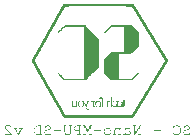
<source format=gbr>
%TF.GenerationSoftware,KiCad,Pcbnew,8.0.8*%
%TF.CreationDate,2025-01-20T01:16:46+01:00*%
%TF.ProjectId,NANO_MPU_SD_2Layers,4e414e4f-5f4d-4505-955f-53445f324c61,rev?*%
%TF.SameCoordinates,Original*%
%TF.FileFunction,Legend,Bot*%
%TF.FilePolarity,Positive*%
%FSLAX46Y46*%
G04 Gerber Fmt 4.6, Leading zero omitted, Abs format (unit mm)*
G04 Created by KiCad (PCBNEW 8.0.8) date 2025-01-20 01:16:46*
%MOMM*%
%LPD*%
G01*
G04 APERTURE LIST*
%ADD10C,0.100000*%
%ADD11C,0.000000*%
G04 APERTURE END LIST*
D10*
G36*
X72171563Y-107398492D02*
G01*
X72171563Y-107376510D01*
X72163747Y-107343049D01*
X72142742Y-107332791D01*
X72121737Y-107342316D01*
X72113677Y-107373091D01*
X72113677Y-107526964D01*
X72121737Y-107557983D01*
X72142742Y-107567264D01*
X72163014Y-107558960D01*
X72171563Y-107531605D01*
X72184606Y-107482771D01*
X72214717Y-107441445D01*
X72230914Y-107426580D01*
X72273465Y-107399881D01*
X72324213Y-107384265D01*
X72377459Y-107379685D01*
X72428086Y-107383260D01*
X72477088Y-107395615D01*
X72522173Y-107419399D01*
X72529378Y-107424870D01*
X72563611Y-107460877D01*
X72583579Y-107508702D01*
X72585554Y-107531116D01*
X72574426Y-107580285D01*
X72569923Y-107588513D01*
X72535829Y-107625009D01*
X72527913Y-107630279D01*
X72482905Y-107651590D01*
X72468806Y-107656168D01*
X72419965Y-107667468D01*
X72370081Y-107676014D01*
X72365736Y-107676685D01*
X72311651Y-107686485D01*
X72261645Y-107697583D01*
X72212821Y-107712501D01*
X72203803Y-107716252D01*
X72160020Y-107741746D01*
X72123689Y-107776956D01*
X72113433Y-107791479D01*
X72092562Y-107836686D01*
X72083380Y-107888531D01*
X72082903Y-107904563D01*
X72089162Y-107958554D01*
X72107941Y-108007869D01*
X72139240Y-108052509D01*
X72162037Y-108075289D01*
X72204917Y-108106064D01*
X72254666Y-108128046D01*
X72303832Y-108140067D01*
X72358257Y-108145356D01*
X72374773Y-108145631D01*
X72429063Y-108142248D01*
X72479095Y-108132098D01*
X72532082Y-108111706D01*
X72579273Y-108082103D01*
X72615108Y-108049399D01*
X72615108Y-108086524D01*
X72623168Y-108119986D01*
X72644173Y-108130000D01*
X72664689Y-108121207D01*
X72672993Y-108091898D01*
X72672993Y-107934361D01*
X72665177Y-107904319D01*
X72644173Y-107895526D01*
X72623900Y-107903342D01*
X72615108Y-107928255D01*
X72600475Y-107977536D01*
X72569403Y-108016576D01*
X72547452Y-108034989D01*
X72502988Y-108060363D01*
X72455587Y-108075164D01*
X72401193Y-108082353D01*
X72374773Y-108083105D01*
X72323405Y-108079792D01*
X72272441Y-108068147D01*
X72224289Y-108045373D01*
X72203558Y-108030104D01*
X72167682Y-107991218D01*
X72145528Y-107943597D01*
X72140544Y-107904319D01*
X72149068Y-107855266D01*
X72164724Y-107825673D01*
X72201414Y-107789568D01*
X72236043Y-107770718D01*
X72286845Y-107755758D01*
X72336705Y-107745602D01*
X72373307Y-107739211D01*
X72424338Y-107729634D01*
X72476732Y-107716247D01*
X72527195Y-107698028D01*
X72571960Y-107673809D01*
X72580181Y-107667892D01*
X72616197Y-107630189D01*
X72637262Y-107582905D01*
X72643440Y-107531605D01*
X72636380Y-107479059D01*
X72615199Y-107431331D01*
X72584064Y-107392496D01*
X72571144Y-107380418D01*
X72526669Y-107349839D01*
X72480973Y-107331059D01*
X72429476Y-107320186D01*
X72379658Y-107317159D01*
X72328377Y-107321051D01*
X72280321Y-107332727D01*
X72235492Y-107352186D01*
X72193888Y-107379430D01*
X72171563Y-107398492D01*
G37*
G36*
X71283740Y-107417299D02*
G01*
X71283740Y-107373824D01*
X71275924Y-107342316D01*
X71254919Y-107332791D01*
X71234159Y-107341584D01*
X71226099Y-107370648D01*
X71226099Y-107528674D01*
X71234159Y-107558471D01*
X71254919Y-107567264D01*
X71274459Y-107559448D01*
X71283740Y-107534047D01*
X71299357Y-107485668D01*
X71332600Y-107448081D01*
X71346510Y-107437327D01*
X71393037Y-107409463D01*
X71443042Y-107390718D01*
X71496524Y-107381093D01*
X71527739Y-107379685D01*
X71576682Y-107383429D01*
X71627302Y-107395935D01*
X71653524Y-107406308D01*
X71697341Y-107430797D01*
X71723621Y-107453691D01*
X71755048Y-107494586D01*
X71781186Y-107538504D01*
X71795673Y-107569462D01*
X71810144Y-107619288D01*
X71814949Y-107671323D01*
X71814968Y-107674975D01*
X71814968Y-107772916D01*
X71810504Y-107826251D01*
X71797110Y-107876407D01*
X71774787Y-107923383D01*
X71743535Y-107967181D01*
X71721667Y-107990781D01*
X71679304Y-108026755D01*
X71634065Y-108053893D01*
X71585952Y-108072196D01*
X71534963Y-108081662D01*
X71504535Y-108083105D01*
X71455336Y-108079382D01*
X71405877Y-108066828D01*
X71371667Y-108051598D01*
X71328070Y-108023468D01*
X71289071Y-107989777D01*
X71257850Y-107956587D01*
X71231716Y-107942421D01*
X71211688Y-107949993D01*
X71204117Y-107969288D01*
X71228389Y-108011703D01*
X71233670Y-108017648D01*
X71270292Y-108054413D01*
X71309633Y-108085024D01*
X71356049Y-108111589D01*
X71360432Y-108113635D01*
X71409023Y-108131852D01*
X71458076Y-108142506D01*
X71503070Y-108145631D01*
X71554195Y-108141721D01*
X71601960Y-108131171D01*
X71630076Y-108121939D01*
X71675322Y-108102339D01*
X71711898Y-108079685D01*
X71750358Y-108044429D01*
X71785442Y-108004910D01*
X71791277Y-107997864D01*
X71822292Y-107955870D01*
X71846511Y-107913166D01*
X71855512Y-107891374D01*
X71867784Y-107843432D01*
X71872543Y-107791197D01*
X71872609Y-107783907D01*
X71872609Y-107668869D01*
X71868149Y-107616304D01*
X71856508Y-107568384D01*
X71837641Y-107519885D01*
X71826936Y-107498143D01*
X71798579Y-107452185D01*
X71764889Y-107412680D01*
X71725867Y-107379628D01*
X71701884Y-107364054D01*
X71656170Y-107341385D01*
X71608332Y-107326135D01*
X71558368Y-107318304D01*
X71529692Y-107317159D01*
X71477511Y-107320680D01*
X71428129Y-107331241D01*
X71381547Y-107348844D01*
X71337763Y-107373488D01*
X71296779Y-107405173D01*
X71283740Y-107417299D01*
G37*
G36*
X69563049Y-107692316D02*
G01*
X69563049Y-107770474D01*
X70151674Y-107770474D01*
X70151674Y-107692316D01*
X69563049Y-107692316D01*
G37*
G36*
X67894138Y-108130000D02*
G01*
X67968387Y-108130000D01*
X68393614Y-107426580D01*
X68393614Y-108067473D01*
X68287124Y-108067473D01*
X68257083Y-108076022D01*
X68248046Y-108098736D01*
X68257083Y-108121207D01*
X68287124Y-108130000D01*
X68499371Y-108130000D01*
X68529658Y-108121207D01*
X68538450Y-108098736D01*
X68529658Y-108076022D01*
X68499371Y-108067473D01*
X68451256Y-108067473D01*
X68451256Y-107395317D01*
X68528925Y-107395317D01*
X68558722Y-107386769D01*
X68567515Y-107364054D01*
X68558722Y-107341339D01*
X68528925Y-107332791D01*
X68377739Y-107332791D01*
X67952023Y-108036210D01*
X67952023Y-107395317D01*
X68058513Y-107395317D01*
X68088066Y-107386769D01*
X68096859Y-107364054D01*
X68088311Y-107341339D01*
X68058513Y-107332791D01*
X67845533Y-107332791D01*
X67815980Y-107341339D01*
X67806943Y-107364054D01*
X67815980Y-107386769D01*
X67845533Y-107395317D01*
X67894138Y-107395317D01*
X67894138Y-108130000D01*
G37*
G36*
X67354622Y-107520636D02*
G01*
X67406863Y-107527024D01*
X67455691Y-107537405D01*
X67506036Y-107550655D01*
X67536352Y-107559463D01*
X67583705Y-107580209D01*
X67590544Y-107599504D01*
X67582728Y-107621242D01*
X67563677Y-107629790D01*
X67535589Y-107622707D01*
X67506028Y-107613376D01*
X67451989Y-107598447D01*
X67399297Y-107587600D01*
X67346545Y-107582896D01*
X67310181Y-107584450D01*
X67261537Y-107593174D01*
X67214654Y-107615380D01*
X67186189Y-107643469D01*
X67170690Y-107691339D01*
X67170690Y-107777801D01*
X67174072Y-107777060D01*
X67223080Y-107767482D01*
X67271807Y-107760460D01*
X67308582Y-107756823D01*
X67358269Y-107754842D01*
X67385353Y-107755394D01*
X67435785Y-107759808D01*
X67488328Y-107770535D01*
X67540077Y-107790151D01*
X67582972Y-107817613D01*
X67596722Y-107829523D01*
X67629855Y-107867496D01*
X67652395Y-107913630D01*
X67659909Y-107963914D01*
X67655291Y-108005042D01*
X67634769Y-108054049D01*
X67601535Y-108093119D01*
X67582184Y-108108247D01*
X67536827Y-108130811D01*
X67488420Y-108142349D01*
X67439357Y-108145631D01*
X67412717Y-108144674D01*
X67360339Y-108137014D01*
X67309162Y-108121696D01*
X67259188Y-108098718D01*
X67210416Y-108068081D01*
X67170690Y-108036699D01*
X67170690Y-108130000D01*
X67035380Y-108130000D01*
X67005338Y-108121207D01*
X66996301Y-108098736D01*
X67005338Y-108076022D01*
X67035380Y-108067473D01*
X67112316Y-108067473D01*
X67112316Y-107839351D01*
X67170690Y-107839351D01*
X67170690Y-107962205D01*
X67179193Y-107969949D01*
X67217077Y-108001516D01*
X67258446Y-108030290D01*
X67303070Y-108054284D01*
X67340033Y-108068216D01*
X67391903Y-108079699D01*
X67442044Y-108083105D01*
X67470131Y-108081894D01*
X67518423Y-108072208D01*
X67561479Y-108048667D01*
X67590756Y-108012663D01*
X67602267Y-107963426D01*
X67601797Y-107953349D01*
X67585343Y-107907020D01*
X67548778Y-107869881D01*
X67504589Y-107844497D01*
X67458011Y-107828907D01*
X67404564Y-107819881D01*
X67352163Y-107817369D01*
X67306120Y-107818549D01*
X67256664Y-107822742D01*
X67220559Y-107828075D01*
X67170690Y-107839351D01*
X67112316Y-107839351D01*
X67112316Y-107692805D01*
X67117166Y-107656400D01*
X67138718Y-107611285D01*
X67173621Y-107573370D01*
X67193877Y-107558101D01*
X67241438Y-107535328D01*
X67292278Y-107523682D01*
X67343859Y-107520369D01*
X67354622Y-107520636D01*
G37*
G36*
X66682937Y-107536001D02*
G01*
X66682937Y-107629790D01*
X66646248Y-107594761D01*
X66605307Y-107562613D01*
X66573761Y-107544061D01*
X66525282Y-107527056D01*
X66475193Y-107520578D01*
X66463852Y-107520369D01*
X66412165Y-107524924D01*
X66364268Y-107538589D01*
X66343440Y-107547969D01*
X66302542Y-107579198D01*
X66273831Y-107615136D01*
X66251391Y-107659461D01*
X66242598Y-107708042D01*
X66242568Y-107711123D01*
X66242568Y-108067473D01*
X66193963Y-108067473D01*
X66164410Y-108076022D01*
X66155373Y-108098736D01*
X66164410Y-108121207D01*
X66193963Y-108130000D01*
X66348569Y-108130000D01*
X66378855Y-108121207D01*
X66387648Y-108098736D01*
X66378855Y-108076022D01*
X66348569Y-108067473D01*
X66300453Y-108067473D01*
X66300453Y-107724312D01*
X66309008Y-107675886D01*
X66337162Y-107631783D01*
X66345150Y-107623928D01*
X66386306Y-107597361D01*
X66437539Y-107584338D01*
X66464584Y-107582896D01*
X66514662Y-107588101D01*
X66560862Y-107605129D01*
X66563503Y-107606587D01*
X66603363Y-107637207D01*
X66637900Y-107671959D01*
X66673369Y-107712160D01*
X66682937Y-107723579D01*
X66682937Y-108067473D01*
X66617725Y-108067473D01*
X66588415Y-108076022D01*
X66579378Y-108098736D01*
X66588415Y-108121207D01*
X66617725Y-108130000D01*
X66806036Y-108130000D01*
X66835589Y-108121207D01*
X66844382Y-108098736D01*
X66835589Y-108076022D01*
X66806036Y-108067473D01*
X66740823Y-108067473D01*
X66740823Y-107598527D01*
X66789427Y-107598527D01*
X66819225Y-107589979D01*
X66828018Y-107567264D01*
X66819225Y-107545038D01*
X66789427Y-107536001D01*
X66682937Y-107536001D01*
G37*
G36*
X65688911Y-107521804D02*
G01*
X65743656Y-107531221D01*
X65794545Y-107549427D01*
X65841577Y-107576421D01*
X65884752Y-107612205D01*
X65906791Y-107635747D01*
X65938288Y-107679757D01*
X65960787Y-107727343D01*
X65974286Y-107778506D01*
X65978785Y-107833244D01*
X65977316Y-107864847D01*
X65967674Y-107917379D01*
X65949032Y-107966381D01*
X65921392Y-108011853D01*
X65884752Y-108053796D01*
X65854306Y-108080252D01*
X65808376Y-108109758D01*
X65758590Y-108130475D01*
X65704946Y-108142402D01*
X65655896Y-108145631D01*
X65623168Y-108144200D01*
X65568831Y-108134808D01*
X65518235Y-108116651D01*
X65471378Y-108089728D01*
X65428262Y-108054040D01*
X65406108Y-108030554D01*
X65374447Y-107986627D01*
X65351832Y-107939099D01*
X65338263Y-107887972D01*
X65333740Y-107833244D01*
X65333751Y-107833000D01*
X65392114Y-107833000D01*
X65394836Y-107870696D01*
X65409126Y-107923310D01*
X65435665Y-107971211D01*
X65469539Y-108009832D01*
X65510175Y-108041889D01*
X65554902Y-108064787D01*
X65603720Y-108078525D01*
X65656629Y-108083105D01*
X65709553Y-108078495D01*
X65758417Y-108064665D01*
X65803220Y-108041614D01*
X65843963Y-108009344D01*
X65874037Y-107975694D01*
X65899361Y-107933860D01*
X65916320Y-107882490D01*
X65921144Y-107833000D01*
X65918431Y-107795313D01*
X65904185Y-107742744D01*
X65877730Y-107694927D01*
X65843963Y-107656413D01*
X65803220Y-107624249D01*
X65758417Y-107601275D01*
X65709553Y-107587490D01*
X65656629Y-107582896D01*
X65603720Y-107587460D01*
X65554902Y-107601153D01*
X65510175Y-107623974D01*
X65469539Y-107655924D01*
X65439370Y-107689358D01*
X65413965Y-107731204D01*
X65396953Y-107782915D01*
X65392114Y-107833000D01*
X65333751Y-107833000D01*
X65335217Y-107801417D01*
X65344909Y-107748583D01*
X65363647Y-107699396D01*
X65391432Y-107653855D01*
X65428262Y-107611960D01*
X65452442Y-107590494D01*
X65497696Y-107559814D01*
X65546689Y-107537900D01*
X65599423Y-107524752D01*
X65655896Y-107520369D01*
X65688911Y-107521804D01*
G37*
G36*
X64521877Y-107692316D02*
G01*
X64521877Y-107770474D01*
X65110502Y-107770474D01*
X65110502Y-107692316D01*
X64521877Y-107692316D01*
G37*
G36*
X63937892Y-107895526D02*
G01*
X64003838Y-107895526D01*
X64225610Y-107395317D01*
X64236601Y-107395317D01*
X64236601Y-108067473D01*
X64130111Y-108067473D01*
X64100802Y-108076022D01*
X64091765Y-108098736D01*
X64100802Y-108121207D01*
X64130111Y-108130000D01*
X64343091Y-108130000D01*
X64372644Y-108121207D01*
X64381437Y-108098736D01*
X64372644Y-108076022D01*
X64343091Y-108067473D01*
X64294242Y-108067473D01*
X64294242Y-107395317D01*
X64330635Y-107395317D01*
X64360432Y-107386769D01*
X64369225Y-107364054D01*
X64360432Y-107341339D01*
X64330635Y-107332791D01*
X64189218Y-107332791D01*
X63970865Y-107825917D01*
X63755687Y-107332791D01*
X63614270Y-107332791D01*
X63584228Y-107341339D01*
X63575191Y-107364054D01*
X63584228Y-107386769D01*
X63614270Y-107395317D01*
X63649930Y-107395317D01*
X63649930Y-108067473D01*
X63601814Y-108067473D01*
X63571772Y-108076022D01*
X63562735Y-108098736D01*
X63571772Y-108121207D01*
X63601814Y-108130000D01*
X63814061Y-108130000D01*
X63844103Y-108121207D01*
X63853384Y-108098736D01*
X63844591Y-108076022D01*
X63814061Y-108067473D01*
X63707571Y-108067473D01*
X63707571Y-107395317D01*
X63720027Y-107395317D01*
X63937892Y-107895526D01*
G37*
G36*
X63426203Y-107341339D02*
G01*
X63434996Y-107364054D01*
X63426203Y-107386769D01*
X63396406Y-107395317D01*
X63318736Y-107395317D01*
X63318736Y-108067473D01*
X63396406Y-108067473D01*
X63426203Y-108076022D01*
X63434996Y-108098736D01*
X63426203Y-108121207D01*
X63396406Y-108130000D01*
X63063258Y-108130000D01*
X63033705Y-108121207D01*
X63024668Y-108098736D01*
X63033705Y-108076022D01*
X63063258Y-108067473D01*
X63261095Y-108067473D01*
X63261095Y-107801737D01*
X63080355Y-107801737D01*
X63032330Y-107799259D01*
X62981437Y-107788792D01*
X62964347Y-107782796D01*
X62917384Y-107760677D01*
X62874947Y-107733105D01*
X62845037Y-107705334D01*
X62816329Y-107663740D01*
X62814826Y-107660966D01*
X62797271Y-107613736D01*
X62791905Y-107564577D01*
X62849546Y-107564577D01*
X62854501Y-107600034D01*
X62875436Y-107644933D01*
X62878761Y-107649831D01*
X62913947Y-107685582D01*
X62957257Y-107711856D01*
X62978506Y-107721152D01*
X63026431Y-107734696D01*
X63076936Y-107739211D01*
X63261095Y-107739211D01*
X63261095Y-107395317D01*
X63055687Y-107395317D01*
X63050130Y-107395368D01*
X62997895Y-107401464D01*
X62951717Y-107417722D01*
X62907920Y-107447341D01*
X62885175Y-107470732D01*
X62859180Y-107513769D01*
X62849546Y-107564577D01*
X62791905Y-107564577D01*
X62794549Y-107530514D01*
X62808434Y-107482542D01*
X62834220Y-107438319D01*
X62867131Y-107402156D01*
X62871876Y-107397888D01*
X62912885Y-107368625D01*
X62959330Y-107348032D01*
X63011208Y-107336110D01*
X63061060Y-107332791D01*
X63396406Y-107332791D01*
X63426203Y-107341339D01*
G37*
G36*
X62016189Y-107395317D02*
G01*
X62016189Y-107865973D01*
X62020070Y-107916082D01*
X62034007Y-107968884D01*
X62058080Y-108016924D01*
X62092289Y-108060200D01*
X62097278Y-108065275D01*
X62139914Y-108100431D01*
X62186732Y-108125542D01*
X62237733Y-108140609D01*
X62292916Y-108145631D01*
X62343790Y-108141764D01*
X62394680Y-108128723D01*
X62429692Y-108112903D01*
X62472065Y-108083433D01*
X62506501Y-108048092D01*
X62531542Y-108013251D01*
X62555320Y-107965765D01*
X62569229Y-107914989D01*
X62573307Y-107865973D01*
X62573307Y-107395317D01*
X62622156Y-107395317D01*
X62651953Y-107386769D01*
X62660746Y-107364054D01*
X62651221Y-107340118D01*
X62622156Y-107332791D01*
X62409176Y-107332791D01*
X62379867Y-107341339D01*
X62370830Y-107364054D01*
X62379867Y-107386769D01*
X62409176Y-107395317D01*
X62515666Y-107395317D01*
X62515666Y-107861821D01*
X62510507Y-107911551D01*
X62492676Y-107961639D01*
X62462107Y-108006290D01*
X62450453Y-108018625D01*
X62411858Y-108049794D01*
X62364488Y-108072463D01*
X62312396Y-108082538D01*
X62295847Y-108083105D01*
X62244696Y-108077577D01*
X62197945Y-108060994D01*
X62192044Y-108057948D01*
X62150427Y-108028177D01*
X62116233Y-107989642D01*
X62109490Y-107980034D01*
X62086560Y-107935192D01*
X62075320Y-107885995D01*
X62074075Y-107861821D01*
X62074075Y-107395317D01*
X62180565Y-107395317D01*
X62210118Y-107386769D01*
X62218911Y-107364054D01*
X62210118Y-107341339D01*
X62180565Y-107332791D01*
X61967585Y-107332791D01*
X61938032Y-107341339D01*
X61928995Y-107364054D01*
X61938032Y-107386769D01*
X61967585Y-107395317D01*
X62016189Y-107395317D01*
G37*
G36*
X61161095Y-107692316D02*
G01*
X61161095Y-107770474D01*
X61749720Y-107770474D01*
X61749720Y-107692316D01*
X61161095Y-107692316D01*
G37*
G36*
X60408827Y-107398492D02*
G01*
X60408827Y-107376510D01*
X60401011Y-107343049D01*
X60380006Y-107332791D01*
X60359002Y-107342316D01*
X60350942Y-107373091D01*
X60350942Y-107526964D01*
X60359002Y-107557983D01*
X60380006Y-107567264D01*
X60400279Y-107558960D01*
X60408827Y-107531605D01*
X60421870Y-107482771D01*
X60451982Y-107441445D01*
X60468178Y-107426580D01*
X60510729Y-107399881D01*
X60561477Y-107384265D01*
X60614724Y-107379685D01*
X60665351Y-107383260D01*
X60714352Y-107395615D01*
X60759438Y-107419399D01*
X60766643Y-107424870D01*
X60800875Y-107460877D01*
X60820844Y-107508702D01*
X60822819Y-107531116D01*
X60811690Y-107580285D01*
X60807187Y-107588513D01*
X60773094Y-107625009D01*
X60765177Y-107630279D01*
X60720169Y-107651590D01*
X60706071Y-107656168D01*
X60657230Y-107667468D01*
X60607345Y-107676014D01*
X60603000Y-107676685D01*
X60548916Y-107686485D01*
X60498909Y-107697583D01*
X60450085Y-107712501D01*
X60441067Y-107716252D01*
X60397285Y-107741746D01*
X60360954Y-107776956D01*
X60350697Y-107791479D01*
X60329827Y-107836686D01*
X60320644Y-107888531D01*
X60320167Y-107904563D01*
X60326427Y-107958554D01*
X60345206Y-108007869D01*
X60376504Y-108052509D01*
X60399302Y-108075289D01*
X60442182Y-108106064D01*
X60491931Y-108128046D01*
X60541096Y-108140067D01*
X60595521Y-108145356D01*
X60612037Y-108145631D01*
X60666328Y-108142248D01*
X60716359Y-108132098D01*
X60769347Y-108111706D01*
X60816537Y-108082103D01*
X60852372Y-108049399D01*
X60852372Y-108086524D01*
X60860432Y-108119986D01*
X60881437Y-108130000D01*
X60901953Y-108121207D01*
X60910258Y-108091898D01*
X60910258Y-107934361D01*
X60902442Y-107904319D01*
X60881437Y-107895526D01*
X60861165Y-107903342D01*
X60852372Y-107928255D01*
X60837740Y-107977536D01*
X60806667Y-108016576D01*
X60784717Y-108034989D01*
X60740252Y-108060363D01*
X60692852Y-108075164D01*
X60638457Y-108082353D01*
X60612037Y-108083105D01*
X60560670Y-108079792D01*
X60509706Y-108068147D01*
X60461554Y-108045373D01*
X60440823Y-108030104D01*
X60404946Y-107991218D01*
X60382793Y-107943597D01*
X60377808Y-107904319D01*
X60386333Y-107855266D01*
X60401988Y-107825673D01*
X60438678Y-107789568D01*
X60473307Y-107770718D01*
X60524110Y-107755758D01*
X60573970Y-107745602D01*
X60610572Y-107739211D01*
X60661602Y-107729634D01*
X60713997Y-107716247D01*
X60764460Y-107698028D01*
X60809224Y-107673809D01*
X60817445Y-107667892D01*
X60853461Y-107630189D01*
X60874527Y-107582905D01*
X60880704Y-107531605D01*
X60873644Y-107479059D01*
X60852464Y-107431331D01*
X60821328Y-107392496D01*
X60808408Y-107380418D01*
X60763934Y-107349839D01*
X60718238Y-107331059D01*
X60666740Y-107320186D01*
X60616922Y-107317159D01*
X60565641Y-107321051D01*
X60517586Y-107332727D01*
X60472756Y-107352186D01*
X60431152Y-107379430D01*
X60408827Y-107398492D01*
G37*
G36*
X60079832Y-107341339D02*
G01*
X60088625Y-107364054D01*
X60079832Y-107386769D01*
X60050034Y-107395317D01*
X60001186Y-107395317D01*
X60001186Y-108067473D01*
X60050034Y-108067473D01*
X60079832Y-108076022D01*
X60088625Y-108098736D01*
X60079832Y-108121207D01*
X60050034Y-108130000D01*
X59739602Y-108130000D01*
X59728512Y-108129824D01*
X59675580Y-108123680D01*
X59626845Y-108108758D01*
X59582309Y-108085059D01*
X59549892Y-108061331D01*
X59512385Y-108027397D01*
X59478000Y-107986082D01*
X59451884Y-107941444D01*
X59440555Y-107915515D01*
X59425003Y-107868181D01*
X59415671Y-107819997D01*
X59412561Y-107770963D01*
X59412561Y-107691828D01*
X59412817Y-107680348D01*
X59470202Y-107680348D01*
X59470202Y-107782442D01*
X59472202Y-107814056D01*
X59482700Y-107861878D01*
X59502198Y-107910181D01*
X59525272Y-107948845D01*
X59557761Y-107987243D01*
X59597697Y-108021311D01*
X59638292Y-108045655D01*
X59685042Y-108062019D01*
X59733984Y-108067473D01*
X59943545Y-108067473D01*
X59943545Y-107395317D01*
X59733984Y-107395317D01*
X59727053Y-107395412D01*
X59676953Y-107402210D01*
X59630181Y-107419741D01*
X59594957Y-107440433D01*
X59557397Y-107473719D01*
X59536071Y-107500967D01*
X59508834Y-107543271D01*
X59487299Y-107587292D01*
X59474476Y-107630950D01*
X59470202Y-107680348D01*
X59412817Y-107680348D01*
X59413050Y-107669929D01*
X59418898Y-107617347D01*
X59432588Y-107567752D01*
X59434369Y-107563256D01*
X59457330Y-107514744D01*
X59483562Y-107472145D01*
X59514898Y-107430976D01*
X59523225Y-107421524D01*
X59562474Y-107388454D01*
X59606734Y-107362833D01*
X59637569Y-107349689D01*
X59686799Y-107337015D01*
X59739602Y-107332791D01*
X60050034Y-107332791D01*
X60079832Y-107341339D01*
G37*
G36*
X58044068Y-108130000D02*
G01*
X58141521Y-108130000D01*
X58378681Y-107598527D01*
X58437787Y-107598527D01*
X58467341Y-107589979D01*
X58476133Y-107567264D01*
X58467341Y-107545038D01*
X58437787Y-107536001D01*
X58221388Y-107536001D01*
X58191835Y-107544794D01*
X58182798Y-107567264D01*
X58191835Y-107589734D01*
X58221388Y-107598527D01*
X58316887Y-107598527D01*
X58105129Y-108067473D01*
X58079727Y-108067473D01*
X57872365Y-107598527D01*
X57968597Y-107598527D01*
X57998150Y-107589979D01*
X58006943Y-107567264D01*
X57998150Y-107545038D01*
X57968597Y-107536001D01*
X57751465Y-107536001D01*
X57721667Y-107544794D01*
X57712875Y-107567264D01*
X57721667Y-107589734D01*
X57751465Y-107598527D01*
X57809839Y-107598527D01*
X58044068Y-108130000D01*
G37*
G36*
X57502581Y-108067473D02*
G01*
X57059525Y-108067473D01*
X57059525Y-108044270D01*
X57051465Y-108014228D01*
X57029972Y-108004947D01*
X57009455Y-108014473D01*
X57001151Y-108045491D01*
X57001151Y-108130000D01*
X57559002Y-108130000D01*
X57559002Y-108039874D01*
X57515187Y-108001322D01*
X57471670Y-107962602D01*
X57428450Y-107923714D01*
X57385528Y-107884658D01*
X57342904Y-107845434D01*
X57300577Y-107806042D01*
X57258549Y-107766482D01*
X57216817Y-107726755D01*
X57181143Y-107691416D01*
X57145093Y-107654326D01*
X57112420Y-107617877D01*
X57110572Y-107615624D01*
X57081492Y-107574694D01*
X57071004Y-107553342D01*
X57060352Y-107504245D01*
X57060258Y-107499120D01*
X57068673Y-107447635D01*
X57093917Y-107400889D01*
X57120097Y-107372358D01*
X57159882Y-107343249D01*
X57209155Y-107323682D01*
X57258958Y-107317213D01*
X57264200Y-107317159D01*
X57314206Y-107322094D01*
X57364083Y-107338735D01*
X57398290Y-107358925D01*
X57436266Y-107392882D01*
X57464306Y-107436026D01*
X57473761Y-107461995D01*
X57484019Y-107482512D01*
X57503314Y-107489106D01*
X57523098Y-107481290D01*
X57530914Y-107462484D01*
X57516793Y-107412815D01*
X57494766Y-107374312D01*
X57463808Y-107335878D01*
X57425157Y-107304108D01*
X57395115Y-107286629D01*
X57347041Y-107267132D01*
X57298074Y-107256633D01*
X57264933Y-107254633D01*
X57212955Y-107259274D01*
X57164733Y-107273196D01*
X57120265Y-107296399D01*
X57079553Y-107328883D01*
X57045573Y-107367244D01*
X57018950Y-107413357D01*
X57004614Y-107462599D01*
X57001884Y-107497166D01*
X57007564Y-107546258D01*
X57015073Y-107569706D01*
X57038409Y-107613403D01*
X57059281Y-107642002D01*
X57092905Y-107680365D01*
X57129961Y-107718871D01*
X57166613Y-107755309D01*
X57171632Y-107760216D01*
X57209071Y-107796084D01*
X57245183Y-107830415D01*
X57291268Y-107873798D01*
X57334996Y-107914449D01*
X57376364Y-107952368D01*
X57415374Y-107987554D01*
X57452026Y-108020008D01*
X57494524Y-108056733D01*
X57502581Y-108063565D01*
X57502581Y-108067473D01*
G37*
D11*
%TO.C,G\u002A\u002A\u002A*%
G36*
X68334792Y-102911641D02*
G01*
X68333990Y-102917526D01*
X68327381Y-102919052D01*
X68326051Y-102917422D01*
X68327381Y-102904230D01*
X68330725Y-102902491D01*
X68334792Y-102911641D01*
G37*
G36*
X64350731Y-105238300D02*
G01*
X64373159Y-105252231D01*
X64396418Y-105275212D01*
X64421153Y-105311337D01*
X64428473Y-105319650D01*
X64441394Y-105319382D01*
X64451338Y-105302303D01*
X64455317Y-105271867D01*
X64455317Y-105232355D01*
X64507074Y-105240117D01*
X64522110Y-105242902D01*
X64554445Y-105252507D01*
X64574564Y-105263611D01*
X64585456Y-105272025D01*
X64606177Y-105279343D01*
X64613111Y-105280466D01*
X64622057Y-105290459D01*
X64619455Y-105296115D01*
X64603479Y-105301575D01*
X64587738Y-105305487D01*
X64564573Y-105319972D01*
X64562699Y-105321749D01*
X64555630Y-105331313D01*
X64550616Y-105345921D01*
X64547314Y-105369008D01*
X64545380Y-105404012D01*
X64544471Y-105454371D01*
X64544245Y-105523522D01*
X64544278Y-105558146D01*
X64544716Y-105617807D01*
X64545971Y-105660487D01*
X64548430Y-105689766D01*
X64552482Y-105709225D01*
X64558512Y-105722444D01*
X64566910Y-105733002D01*
X64588230Y-105749578D01*
X64611374Y-105757330D01*
X64623882Y-105759356D01*
X64633173Y-105768446D01*
X64626101Y-105772436D01*
X64599180Y-105776266D01*
X64554416Y-105778706D01*
X64494223Y-105779562D01*
X64458638Y-105779280D01*
X64404413Y-105777198D01*
X64369974Y-105773225D01*
X64355924Y-105767527D01*
X64362865Y-105760267D01*
X64391400Y-105751609D01*
X64392893Y-105751259D01*
X64420819Y-105745114D01*
X64438643Y-105741882D01*
X64440469Y-105739900D01*
X64444662Y-105720329D01*
X64448227Y-105681656D01*
X64450997Y-105626110D01*
X64452800Y-105555920D01*
X64455841Y-105371184D01*
X64423329Y-105336380D01*
X64414196Y-105327723D01*
X64387844Y-105310590D01*
X64361466Y-105301306D01*
X64341164Y-105301473D01*
X64333041Y-105312691D01*
X64331160Y-105317805D01*
X64316367Y-105323807D01*
X64308697Y-105325061D01*
X64299693Y-105334923D01*
X64295617Y-105344238D01*
X64279675Y-105342989D01*
X64255357Y-105326895D01*
X64241248Y-105308248D01*
X64232997Y-105278652D01*
X64235030Y-105262524D01*
X64247261Y-105247597D01*
X64275698Y-105235462D01*
X64299768Y-105228675D01*
X64324900Y-105228068D01*
X64350731Y-105238300D01*
G37*
G36*
X65131304Y-104937217D02*
G01*
X65161019Y-104943031D01*
X65177855Y-104951422D01*
X65187432Y-104960296D01*
X65206018Y-104968096D01*
X65210941Y-104969136D01*
X65230579Y-104982981D01*
X65253073Y-105007739D01*
X65272927Y-105036752D01*
X65284646Y-105063362D01*
X65291661Y-105079662D01*
X65301317Y-105084081D01*
X65301836Y-105083866D01*
X65306600Y-105092788D01*
X65309969Y-105118411D01*
X65311247Y-105155707D01*
X65311247Y-105233471D01*
X65346518Y-105236954D01*
X65349024Y-105237238D01*
X65372731Y-105244076D01*
X65386020Y-105254507D01*
X65385722Y-105264051D01*
X65368662Y-105268227D01*
X65368060Y-105268227D01*
X65349139Y-105268616D01*
X65334968Y-105271656D01*
X65324860Y-105280144D01*
X65318129Y-105296879D01*
X65314089Y-105324657D01*
X65312052Y-105366276D01*
X65311334Y-105424531D01*
X65311247Y-105502222D01*
X65311263Y-105544025D01*
X65311509Y-105608936D01*
X65312309Y-105656353D01*
X65313987Y-105689390D01*
X65316867Y-105711161D01*
X65321272Y-105724781D01*
X65327526Y-105733365D01*
X65335952Y-105740026D01*
X65356610Y-105751137D01*
X65381072Y-105757330D01*
X65391572Y-105759375D01*
X65394617Y-105768446D01*
X65385209Y-105772091D01*
X65358028Y-105775611D01*
X65318871Y-105778050D01*
X65273361Y-105779340D01*
X65227121Y-105779410D01*
X65185774Y-105778190D01*
X65154944Y-105775611D01*
X65140253Y-105771603D01*
X65139564Y-105769420D01*
X65149971Y-105760915D01*
X65174527Y-105751794D01*
X65216761Y-105739944D01*
X65216761Y-105506865D01*
X65216761Y-105273785D01*
X65169518Y-105270367D01*
X65162093Y-105269731D01*
X65132034Y-105263068D01*
X65122275Y-105250914D01*
X65123882Y-105244985D01*
X65138855Y-105237228D01*
X65172297Y-105234880D01*
X65222319Y-105234880D01*
X65222319Y-105129405D01*
X65222131Y-105104843D01*
X65219092Y-105050940D01*
X65210898Y-105014679D01*
X65195696Y-104992807D01*
X65171637Y-104982069D01*
X65136870Y-104979212D01*
X65115272Y-104980100D01*
X65091059Y-104987029D01*
X65076779Y-105003373D01*
X65065636Y-105021079D01*
X65041600Y-105049374D01*
X65016356Y-105070779D01*
X64996308Y-105079256D01*
X64991036Y-105078945D01*
X64968752Y-105067609D01*
X64957843Y-105044611D01*
X64958416Y-105016311D01*
X64970580Y-104989064D01*
X64994442Y-104969231D01*
X64996280Y-104968354D01*
X65019750Y-104954927D01*
X65031495Y-104944138D01*
X65038791Y-104938920D01*
X65062799Y-104934793D01*
X65096100Y-104934348D01*
X65131304Y-104937217D01*
G37*
G36*
X63085273Y-105236545D02*
G01*
X63108771Y-105237124D01*
X63139540Y-105238726D01*
X63154000Y-105240808D01*
X63149190Y-105243068D01*
X63123559Y-105250904D01*
X63106822Y-105263868D01*
X63100814Y-105271043D01*
X63087369Y-105273363D01*
X63084489Y-105277833D01*
X63081333Y-105301840D01*
X63078956Y-105344631D01*
X63077458Y-105404259D01*
X63076936Y-105478775D01*
X63076735Y-105527612D01*
X63075510Y-105596866D01*
X63073234Y-105648040D01*
X63069980Y-105679756D01*
X63065820Y-105690634D01*
X63060587Y-105692657D01*
X63054704Y-105707700D01*
X63051793Y-105722766D01*
X63038721Y-105748671D01*
X63020575Y-105770427D01*
X63003404Y-105779562D01*
X62996916Y-105780604D01*
X62988008Y-105790678D01*
X62985713Y-105794000D01*
X62967818Y-105799586D01*
X62937987Y-105801794D01*
X62923037Y-105801284D01*
X62897900Y-105797308D01*
X62887965Y-105790678D01*
X62886301Y-105785765D01*
X62871909Y-105779562D01*
X62863525Y-105777058D01*
X62840752Y-105763005D01*
X62813550Y-105740709D01*
X62800849Y-105729324D01*
X62772360Y-105707906D01*
X62754800Y-105704271D01*
X62745917Y-105718774D01*
X62743457Y-105751772D01*
X62743440Y-105756948D01*
X62741588Y-105785675D01*
X62734837Y-105798718D01*
X62720569Y-105801794D01*
X62707955Y-105799428D01*
X62704551Y-105790678D01*
X62704770Y-105790297D01*
X62699639Y-105782573D01*
X62677417Y-105779562D01*
X62676464Y-105779558D01*
X62653089Y-105776290D01*
X62643413Y-105768764D01*
X62643259Y-105767722D01*
X62631665Y-105757421D01*
X62607286Y-105747535D01*
X62601368Y-105745739D01*
X62585783Y-105739238D01*
X62588142Y-105736101D01*
X62605828Y-105728540D01*
X62627048Y-105710087D01*
X62627361Y-105709729D01*
X62634792Y-105699469D01*
X62640401Y-105686029D01*
X62644511Y-105666232D01*
X62647442Y-105636903D01*
X62649518Y-105594868D01*
X62651058Y-105536951D01*
X62652386Y-105459978D01*
X62655801Y-105234880D01*
X62746872Y-105236393D01*
X62764557Y-105236793D01*
X62797163Y-105238321D01*
X62814438Y-105240408D01*
X62812932Y-105242724D01*
X62797334Y-105247837D01*
X62787921Y-105257136D01*
X62783644Y-105264134D01*
X62765689Y-105273785D01*
X62759440Y-105276332D01*
X62753024Y-105282493D01*
X62748599Y-105294730D01*
X62745798Y-105316275D01*
X62744252Y-105350358D01*
X62743594Y-105400211D01*
X62743457Y-105469064D01*
X62743538Y-105496826D01*
X62744618Y-105564602D01*
X62746881Y-105615015D01*
X62750231Y-105646449D01*
X62754573Y-105657287D01*
X62758894Y-105658429D01*
X62765689Y-105671727D01*
X62766171Y-105674168D01*
X62779244Y-105687561D01*
X62804595Y-105700237D01*
X62810872Y-105702643D01*
X62834102Y-105714546D01*
X62843501Y-105724702D01*
X62843506Y-105724878D01*
X62853543Y-105732102D01*
X62877045Y-105735098D01*
X62883948Y-105734766D01*
X62915208Y-105723833D01*
X62949299Y-105695238D01*
X62988008Y-105655378D01*
X62988008Y-105445129D01*
X62988008Y-105234880D01*
X63085273Y-105236545D01*
G37*
G36*
X65978435Y-104938369D02*
G01*
X65993168Y-104950970D01*
X65996848Y-104955857D01*
X66019076Y-104966819D01*
X66055495Y-104974634D01*
X66069130Y-104976723D01*
X66100759Y-104985630D01*
X66111597Y-104997318D01*
X66107030Y-105006403D01*
X66088571Y-105012560D01*
X66074716Y-105013047D01*
X66062619Y-105016022D01*
X66053185Y-105023680D01*
X66046112Y-105038213D01*
X66041099Y-105061816D01*
X66037846Y-105096683D01*
X66036051Y-105145005D01*
X66035413Y-105208978D01*
X66035631Y-105290794D01*
X66036405Y-105392647D01*
X66039343Y-105740656D01*
X66075470Y-105751292D01*
X66078916Y-105752347D01*
X66102108Y-105762011D01*
X66111597Y-105770745D01*
X66111590Y-105770836D01*
X66100688Y-105774228D01*
X66071959Y-105777002D01*
X66029700Y-105778875D01*
X65978205Y-105779562D01*
X65933305Y-105779065D01*
X65885838Y-105776936D01*
X65855493Y-105773326D01*
X65844814Y-105768446D01*
X65849320Y-105761852D01*
X65867776Y-105757330D01*
X65883506Y-105755516D01*
X65912240Y-105745823D01*
X65917629Y-105742399D01*
X65923989Y-105734686D01*
X65928419Y-105721067D01*
X65931265Y-105698279D01*
X65932871Y-105663055D01*
X65933581Y-105612130D01*
X65933741Y-105542240D01*
X65933741Y-105350164D01*
X65888227Y-105325870D01*
X65850540Y-105310553D01*
X65808342Y-105301860D01*
X65769668Y-105301123D01*
X65740234Y-105308415D01*
X65725759Y-105323807D01*
X65720504Y-105336788D01*
X65710126Y-105346039D01*
X65707670Y-105351945D01*
X65704738Y-105376632D01*
X65702404Y-105417193D01*
X65700863Y-105469982D01*
X65700306Y-105531357D01*
X65700500Y-105590200D01*
X65701433Y-105644969D01*
X65703418Y-105683651D01*
X65706756Y-105709628D01*
X65711750Y-105726284D01*
X65718703Y-105737002D01*
X65734509Y-105749496D01*
X65758265Y-105757330D01*
X65769401Y-105759476D01*
X65772560Y-105768446D01*
X65765732Y-105771703D01*
X65739980Y-105775790D01*
X65699734Y-105778549D01*
X65649628Y-105779562D01*
X65619833Y-105779272D01*
X65573930Y-105777248D01*
X65544163Y-105773543D01*
X65533566Y-105768446D01*
X65535739Y-105763094D01*
X65551034Y-105757330D01*
X65553439Y-105757300D01*
X65570883Y-105754021D01*
X65583481Y-105743249D01*
X65591998Y-105722042D01*
X65597202Y-105687456D01*
X65599859Y-105636547D01*
X65600733Y-105566374D01*
X65601535Y-105507342D01*
X65606173Y-105420013D01*
X65615457Y-105351667D01*
X65630003Y-105300429D01*
X65650432Y-105264424D01*
X65677359Y-105241777D01*
X65711403Y-105230614D01*
X65711654Y-105230574D01*
X65746494Y-105229059D01*
X65784754Y-105233266D01*
X65820021Y-105241670D01*
X65845884Y-105252748D01*
X65855930Y-105264975D01*
X65857068Y-105270593D01*
X65870150Y-105279343D01*
X65882732Y-105284356D01*
X65900394Y-105301575D01*
X65912644Y-105315781D01*
X65925079Y-105323807D01*
X65927512Y-105315951D01*
X65930000Y-105289144D01*
X65931973Y-105246724D01*
X65933273Y-105192250D01*
X65933741Y-105129278D01*
X65933741Y-104934748D01*
X65960342Y-104934748D01*
X65978435Y-104938369D01*
G37*
G36*
X65144507Y-105523895D02*
G01*
X65144257Y-105546234D01*
X65142345Y-105586097D01*
X65138961Y-105613652D01*
X65134596Y-105623939D01*
X65126979Y-105629488D01*
X65118331Y-105648950D01*
X65116835Y-105653744D01*
X65101666Y-105679877D01*
X65071526Y-105714672D01*
X65024748Y-105760109D01*
X65006411Y-105772200D01*
X64979614Y-105779562D01*
X64964922Y-105781887D01*
X64955536Y-105790678D01*
X64948451Y-105795698D01*
X64924366Y-105800107D01*
X64888840Y-105801794D01*
X64858719Y-105800613D01*
X64832269Y-105796599D01*
X64822144Y-105790678D01*
X64817975Y-105784217D01*
X64799912Y-105779562D01*
X64780693Y-105775104D01*
X64755443Y-105760109D01*
X64710821Y-105719291D01*
X64675630Y-105683531D01*
X64652567Y-105655762D01*
X64644289Y-105638881D01*
X64639524Y-105620953D01*
X64626395Y-105595848D01*
X64623955Y-105591862D01*
X64615235Y-105568342D01*
X64611735Y-105534491D01*
X64611957Y-105523482D01*
X64717388Y-105523482D01*
X64718161Y-105574973D01*
X64722328Y-105623303D01*
X64729381Y-105663713D01*
X64738813Y-105691448D01*
X64750119Y-105701750D01*
X64758631Y-105705160D01*
X64769342Y-105722287D01*
X64782953Y-105738773D01*
X64817881Y-105749955D01*
X64823809Y-105750915D01*
X64869549Y-105756194D01*
X64901175Y-105754404D01*
X64925074Y-105745264D01*
X64944988Y-105731324D01*
X64971562Y-105706607D01*
X64991893Y-105681405D01*
X65000000Y-105662339D01*
X65001113Y-105655146D01*
X65010593Y-105646171D01*
X65018350Y-105640934D01*
X65028057Y-105617956D01*
X65035898Y-105581176D01*
X65041478Y-105535518D01*
X65044403Y-105485908D01*
X65044279Y-105437268D01*
X65040711Y-105394524D01*
X65033304Y-105362600D01*
X65020727Y-105337071D01*
X64999358Y-105311417D01*
X64977906Y-105301575D01*
X64973658Y-105300773D01*
X64972008Y-105290785D01*
X64967608Y-105280936D01*
X64947653Y-105272400D01*
X64924491Y-105264048D01*
X64908293Y-105252621D01*
X64902249Y-105246540D01*
X64891619Y-105252621D01*
X64878080Y-105262738D01*
X64852713Y-105272286D01*
X64831645Y-105280463D01*
X64822144Y-105290671D01*
X64818580Y-105296745D01*
X64801261Y-105301575D01*
X64783488Y-105309525D01*
X64766564Y-105334923D01*
X64765723Y-105336921D01*
X64754152Y-105359129D01*
X64745151Y-105368271D01*
X64744287Y-105368722D01*
X64738484Y-105382660D01*
X64731095Y-105412163D01*
X64723501Y-105451893D01*
X64720515Y-105473587D01*
X64717388Y-105523482D01*
X64611957Y-105523482D01*
X64612744Y-105484523D01*
X64613137Y-105477479D01*
X64616887Y-105437167D01*
X64622180Y-105406883D01*
X64628003Y-105392726D01*
X64639063Y-105377475D01*
X64650259Y-105351597D01*
X64650916Y-105349695D01*
X64661200Y-105328520D01*
X64670422Y-105321763D01*
X64674960Y-105320875D01*
X64690727Y-105309104D01*
X64710002Y-105289696D01*
X64726316Y-105269494D01*
X64733203Y-105255342D01*
X64733270Y-105255024D01*
X64744819Y-105249412D01*
X64772345Y-105241978D01*
X64810296Y-105234240D01*
X64827158Y-105231356D01*
X64870428Y-105226300D01*
X64905111Y-105227628D01*
X64940909Y-105235429D01*
X64947652Y-105237316D01*
X64973220Y-105245021D01*
X64993465Y-105253579D01*
X65012466Y-105266088D01*
X65034306Y-105285643D01*
X65063064Y-105315341D01*
X65102822Y-105358278D01*
X65114991Y-105376402D01*
X65122275Y-105401619D01*
X65124360Y-105414541D01*
X65133391Y-105423851D01*
X65135230Y-105424959D01*
X65140114Y-105441763D01*
X65143341Y-105475958D01*
X65143583Y-105485908D01*
X65144507Y-105523895D01*
G37*
G36*
X63675177Y-105491749D02*
G01*
X63677199Y-105523239D01*
X63676544Y-105542179D01*
X63672533Y-105570787D01*
X63666083Y-105585033D01*
X63658393Y-105598924D01*
X63654967Y-105624595D01*
X63651715Y-105647642D01*
X63643851Y-105657287D01*
X63638737Y-105659168D01*
X63632735Y-105673961D01*
X63631481Y-105681631D01*
X63621619Y-105690634D01*
X63617109Y-105691925D01*
X63610503Y-105705558D01*
X63609747Y-105708891D01*
X63596379Y-105724646D01*
X63571597Y-105741434D01*
X63563599Y-105745925D01*
X63541547Y-105760766D01*
X63532691Y-105770974D01*
X63528537Y-105775958D01*
X63510459Y-105779562D01*
X63497537Y-105781647D01*
X63488227Y-105790678D01*
X63479581Y-105796063D01*
X63453730Y-105800224D01*
X63415973Y-105801794D01*
X63380972Y-105800464D01*
X63353928Y-105796487D01*
X63343720Y-105790678D01*
X63340159Y-105784488D01*
X63322849Y-105779562D01*
X63310087Y-105777157D01*
X63288140Y-105762888D01*
X63278624Y-105753988D01*
X63260601Y-105746214D01*
X63255107Y-105744840D01*
X63235370Y-105729891D01*
X63211542Y-105702915D01*
X63188157Y-105669455D01*
X63184619Y-105662845D01*
X63238351Y-105662845D01*
X63279088Y-105704628D01*
X63299714Y-105723984D01*
X63331018Y-105743167D01*
X63367900Y-105751307D01*
X63374824Y-105751888D01*
X63415407Y-105750856D01*
X63451849Y-105743516D01*
X63478129Y-105731594D01*
X63488227Y-105716816D01*
X63489038Y-105710663D01*
X63497465Y-105701750D01*
X63497552Y-105701749D01*
X63508557Y-105692676D01*
X63521996Y-105671182D01*
X63535826Y-105646127D01*
X63550533Y-105623939D01*
X63554690Y-105615725D01*
X63561528Y-105584466D01*
X63566161Y-105536431D01*
X63568306Y-105475212D01*
X63567685Y-105404398D01*
X63565667Y-105373446D01*
X63559901Y-105352240D01*
X63549365Y-105346039D01*
X63541641Y-105344413D01*
X63532691Y-105331836D01*
X63530023Y-105321706D01*
X63511789Y-105300221D01*
X63481721Y-105280568D01*
X63446261Y-105267537D01*
X63442217Y-105266723D01*
X63410254Y-105265205D01*
X63378237Y-105269995D01*
X63353585Y-105279354D01*
X63343720Y-105291547D01*
X63341462Y-105296431D01*
X63326005Y-105301575D01*
X63314977Y-105305376D01*
X63302678Y-105323038D01*
X63297135Y-105335627D01*
X63281486Y-105350479D01*
X63274835Y-105354582D01*
X63265908Y-105372554D01*
X63264739Y-105379630D01*
X63253052Y-105392936D01*
X63249499Y-105396890D01*
X63244135Y-105420091D01*
X63240746Y-105464277D01*
X63239273Y-105530033D01*
X63238351Y-105662845D01*
X63184619Y-105662845D01*
X63169743Y-105635055D01*
X63168869Y-105633060D01*
X63152597Y-105597771D01*
X63137079Y-105566644D01*
X63128217Y-105543613D01*
X63122096Y-105501331D01*
X63125279Y-105459797D01*
X63137721Y-105428755D01*
X63147368Y-105411170D01*
X63154395Y-105381510D01*
X63157291Y-105366447D01*
X63165864Y-105362713D01*
X63171800Y-105363552D01*
X63176980Y-105351391D01*
X63177480Y-105347495D01*
X63190051Y-105325455D01*
X63215304Y-105298878D01*
X63247561Y-105272525D01*
X63281144Y-105251160D01*
X63310372Y-105239542D01*
X63314510Y-105238697D01*
X63356727Y-105230925D01*
X63388619Y-105228220D01*
X63420633Y-105230439D01*
X63463216Y-105237438D01*
X63491739Y-105243564D01*
X63522018Y-105254031D01*
X63532691Y-105264709D01*
X63533637Y-105270507D01*
X63544182Y-105279343D01*
X63550675Y-105281272D01*
X63570685Y-105295890D01*
X63594120Y-105319484D01*
X63614913Y-105345580D01*
X63626997Y-105367704D01*
X63633379Y-105381312D01*
X63644600Y-105390503D01*
X63645958Y-105390838D01*
X63652362Y-105403691D01*
X63654967Y-105429409D01*
X63655063Y-105434515D01*
X63658736Y-105458543D01*
X63666083Y-105468315D01*
X63670013Y-105471880D01*
X63670879Y-105475212D01*
X63675177Y-105491749D01*
G37*
G36*
X64102768Y-105266714D02*
G01*
X64066046Y-105307429D01*
X64041480Y-105341713D01*
X64032910Y-105364974D01*
X64032035Y-105370562D01*
X64021794Y-105379387D01*
X64016116Y-105382023D01*
X64010678Y-105398051D01*
X64010417Y-105403297D01*
X64005138Y-105429340D01*
X63995418Y-105457953D01*
X63984367Y-105481051D01*
X63975097Y-105490547D01*
X63969326Y-105497095D01*
X63966214Y-105517681D01*
X63963703Y-105536362D01*
X63955098Y-105551685D01*
X63949087Y-105558851D01*
X63943982Y-105580131D01*
X63941987Y-105592426D01*
X63932866Y-105601707D01*
X63926676Y-105605267D01*
X63921750Y-105622578D01*
X63919620Y-105634731D01*
X63905791Y-105656694D01*
X63892353Y-105676324D01*
X63882275Y-105705298D01*
X63873511Y-105734410D01*
X63862777Y-105755454D01*
X63856907Y-105766779D01*
X63862647Y-105789167D01*
X63873316Y-105813169D01*
X63882479Y-105844595D01*
X63882985Y-105846785D01*
X63893203Y-105872977D01*
X63906124Y-105887104D01*
X63912831Y-105891186D01*
X63921750Y-105908585D01*
X63923352Y-105915370D01*
X63937498Y-105924070D01*
X63944212Y-105925234D01*
X63958277Y-105937965D01*
X63959171Y-105940178D01*
X63967957Y-105946259D01*
X63986843Y-105937965D01*
X64005299Y-105930255D01*
X64040332Y-105924695D01*
X64074305Y-105927063D01*
X64097383Y-105937409D01*
X64103713Y-105945542D01*
X64110894Y-105971144D01*
X64105439Y-105995652D01*
X64088490Y-106009777D01*
X64075498Y-106014883D01*
X64066258Y-106024595D01*
X64063306Y-106030005D01*
X64046805Y-106037921D01*
X64031949Y-106039703D01*
X64008999Y-106035314D01*
X63999562Y-106022924D01*
X63995401Y-106017159D01*
X63977330Y-106012998D01*
X63957065Y-106007420D01*
X63932866Y-105990766D01*
X63914964Y-105975692D01*
X63900022Y-105968534D01*
X63898688Y-105968255D01*
X63889712Y-105955748D01*
X63882255Y-105930398D01*
X63881531Y-105926862D01*
X63871923Y-105900376D01*
X63859520Y-105886283D01*
X63849429Y-105875669D01*
X63843938Y-105852165D01*
X63841141Y-105833550D01*
X63832822Y-105824026D01*
X63825595Y-105817467D01*
X63821706Y-105796892D01*
X63819195Y-105778211D01*
X63810590Y-105762888D01*
X63803573Y-105752421D01*
X63799475Y-105728884D01*
X63796787Y-105711243D01*
X63788359Y-105701750D01*
X63781131Y-105695191D01*
X63777243Y-105674617D01*
X63774731Y-105655935D01*
X63766127Y-105640613D01*
X63758437Y-105626722D01*
X63755011Y-105601051D01*
X63752019Y-105578007D01*
X63744778Y-105568359D01*
X63744578Y-105568353D01*
X63735287Y-105558348D01*
X63727221Y-105535011D01*
X63727076Y-105534362D01*
X63718929Y-105511246D01*
X63709664Y-105501663D01*
X63702451Y-105492104D01*
X63699431Y-105468971D01*
X63696323Y-105444436D01*
X63688315Y-105429409D01*
X63681297Y-105418942D01*
X63677199Y-105395405D01*
X63674512Y-105377764D01*
X63666083Y-105368271D01*
X63658772Y-105361372D01*
X63654967Y-105340481D01*
X63652676Y-105322215D01*
X63645729Y-105312691D01*
X63645599Y-105312688D01*
X63634462Y-105303571D01*
X63620736Y-105282122D01*
X63606627Y-105258552D01*
X63593847Y-105243387D01*
X63593391Y-105242985D01*
X63599620Y-105239032D01*
X63623023Y-105236189D01*
X63658977Y-105235050D01*
X63680339Y-105235035D01*
X63710703Y-105235715D01*
X63723686Y-105238392D01*
X63722582Y-105244323D01*
X63710685Y-105254764D01*
X63700629Y-105263871D01*
X63692119Y-105278640D01*
X63690402Y-105300964D01*
X63694045Y-105338008D01*
X63698499Y-105365383D01*
X63705061Y-105388841D01*
X63711250Y-105395626D01*
X63712880Y-105395216D01*
X63720889Y-105405041D01*
X63727896Y-105429100D01*
X63729039Y-105434661D01*
X63736817Y-105458598D01*
X63745132Y-105468315D01*
X63752095Y-105477872D01*
X63755011Y-105501007D01*
X63758118Y-105525542D01*
X63766127Y-105540569D01*
X63772138Y-105547735D01*
X63777243Y-105569015D01*
X63779096Y-105581303D01*
X63787585Y-105590591D01*
X63795115Y-105596085D01*
X63802848Y-105615602D01*
X63807768Y-105640613D01*
X63816034Y-105615602D01*
X63823473Y-105599808D01*
X63834119Y-105590591D01*
X63839613Y-105586964D01*
X63843938Y-105569548D01*
X63846390Y-105557307D01*
X63859505Y-105542532D01*
X63863285Y-105539931D01*
X63874566Y-105520579D01*
X63882844Y-105490547D01*
X63885045Y-105479828D01*
X63894758Y-105452418D01*
X63906184Y-105438562D01*
X63915966Y-105428861D01*
X63921750Y-105405988D01*
X63924257Y-105388866D01*
X63932363Y-105379387D01*
X63934063Y-105378925D01*
X63942967Y-105365594D01*
X63950440Y-105339594D01*
X63951905Y-105329279D01*
X63949199Y-105290188D01*
X63934937Y-105258917D01*
X63911805Y-105242232D01*
X63913297Y-105240458D01*
X63932703Y-105238586D01*
X63967442Y-105237084D01*
X64013840Y-105236169D01*
X64133720Y-105234880D01*
X64102768Y-105266714D01*
G37*
G36*
X66889715Y-105389280D02*
G01*
X66894113Y-105415938D01*
X66906389Y-105438937D01*
X66913203Y-105451732D01*
X66917071Y-105468527D01*
X66919511Y-105479125D01*
X66922952Y-105512569D01*
X66923207Y-105545090D01*
X66919952Y-105569716D01*
X66912868Y-105579475D01*
X66908685Y-105581501D01*
X66899486Y-105598850D01*
X66891791Y-105627989D01*
X66886835Y-105661659D01*
X66885853Y-105692598D01*
X66890078Y-105713545D01*
X66902062Y-105726590D01*
X66929526Y-105734890D01*
X66961230Y-105729544D01*
X66989326Y-105710770D01*
X66996994Y-105701305D01*
X67002919Y-105689121D01*
X67007045Y-105671306D01*
X67009692Y-105644540D01*
X67011184Y-105605503D01*
X67011843Y-105550874D01*
X67011991Y-105477335D01*
X67011990Y-105474397D01*
X67011535Y-105409378D01*
X67010338Y-105352981D01*
X67008534Y-105308608D01*
X67006261Y-105279662D01*
X67003654Y-105269544D01*
X66998470Y-105269886D01*
X66975402Y-105270066D01*
X66942516Y-105269544D01*
X66919037Y-105268184D01*
X66896419Y-105262549D01*
X66889715Y-105251554D01*
X66895001Y-105241629D01*
X66913983Y-105236377D01*
X66950853Y-105234880D01*
X67011991Y-105234880D01*
X67011991Y-105151510D01*
X67013075Y-105116224D01*
X67017311Y-105083768D01*
X67023928Y-105068431D01*
X67032043Y-105071917D01*
X67040774Y-105095930D01*
X67047874Y-105114299D01*
X67057660Y-105123720D01*
X67060862Y-105124412D01*
X67067571Y-105136570D01*
X67067684Y-105137732D01*
X67077159Y-105154220D01*
X67097854Y-105178098D01*
X67124083Y-105203755D01*
X67150159Y-105225584D01*
X67170394Y-105237976D01*
X67181494Y-105243329D01*
X67189514Y-105254948D01*
X67178618Y-105264354D01*
X67150941Y-105268227D01*
X67112035Y-105268227D01*
X67112035Y-105484989D01*
X67111806Y-105538274D01*
X67110556Y-105607790D01*
X67108279Y-105659099D01*
X67105044Y-105690865D01*
X67100919Y-105701750D01*
X67095002Y-105704696D01*
X67089449Y-105721203D01*
X67089359Y-105723190D01*
X67081284Y-105748421D01*
X67064909Y-105770255D01*
X67046892Y-105779562D01*
X67042874Y-105780139D01*
X67034223Y-105790678D01*
X67033887Y-105792137D01*
X67021033Y-105799002D01*
X66995317Y-105801794D01*
X66990211Y-105801698D01*
X66966183Y-105798026D01*
X66956411Y-105790678D01*
X66949511Y-105783367D01*
X66928621Y-105779562D01*
X66910514Y-105776273D01*
X66900831Y-105763279D01*
X66893311Y-105745146D01*
X66872626Y-105734792D01*
X66846085Y-105734220D01*
X66821056Y-105743479D01*
X66804910Y-105762621D01*
X66794514Y-105773395D01*
X66771152Y-105779562D01*
X66754605Y-105782345D01*
X66750766Y-105790678D01*
X66748746Y-105795523D01*
X66728603Y-105800156D01*
X66690284Y-105801794D01*
X66659593Y-105800596D01*
X66633067Y-105796586D01*
X66622932Y-105790678D01*
X66619981Y-105784781D01*
X66603479Y-105779370D01*
X66602413Y-105779322D01*
X66581248Y-105770634D01*
X66557848Y-105751580D01*
X66555644Y-105749292D01*
X66535450Y-105731343D01*
X66521721Y-105723982D01*
X66517155Y-105722110D01*
X66511772Y-105707308D01*
X66506082Y-105693364D01*
X66487992Y-105692751D01*
X66460115Y-105706998D01*
X66425140Y-105735237D01*
X66403432Y-105753980D01*
X66377691Y-105772426D01*
X66361223Y-105779562D01*
X66354001Y-105780737D01*
X66345033Y-105790678D01*
X66339583Y-105795253D01*
X66317376Y-105799967D01*
X66283895Y-105801794D01*
X66258734Y-105800803D01*
X66232807Y-105796766D01*
X66222757Y-105790678D01*
X66218588Y-105784217D01*
X66200525Y-105779562D01*
X66187619Y-105777835D01*
X66178293Y-105770325D01*
X66170789Y-105759993D01*
X66150687Y-105746313D01*
X66130848Y-105731448D01*
X66116590Y-105711087D01*
X66110375Y-105699836D01*
X66094174Y-105690634D01*
X66083797Y-105684836D01*
X66078249Y-105662845D01*
X66075489Y-105644567D01*
X66067133Y-105635055D01*
X66060672Y-105630886D01*
X66056017Y-105612823D01*
X66058102Y-105599901D01*
X66067133Y-105590591D01*
X66071358Y-105591662D01*
X66078249Y-105604794D01*
X66082303Y-105617083D01*
X66097702Y-105636446D01*
X66110670Y-105649724D01*
X66128403Y-105673332D01*
X66132218Y-105678003D01*
X66154838Y-105689710D01*
X66189452Y-105697287D01*
X66230421Y-105700736D01*
X66272103Y-105700058D01*
X66308859Y-105695256D01*
X66335049Y-105686329D01*
X66345033Y-105673279D01*
X66346886Y-105665929D01*
X66361495Y-105657287D01*
X66374874Y-105648864D01*
X66385438Y-105626718D01*
X66393642Y-105604118D01*
X66405103Y-105588232D01*
X66408180Y-105583332D01*
X66412498Y-105564548D01*
X66513764Y-105564548D01*
X66513998Y-105615080D01*
X66516943Y-105646488D01*
X66522486Y-105657287D01*
X66527338Y-105658727D01*
X66534004Y-105672664D01*
X66539519Y-105683747D01*
X66559015Y-105694744D01*
X66561626Y-105695411D01*
X66597384Y-105700323D01*
X66639413Y-105700579D01*
X66682017Y-105696905D01*
X66719501Y-105690028D01*
X66746169Y-105680675D01*
X66756324Y-105669572D01*
X66761197Y-105658688D01*
X66775776Y-105639364D01*
X66791865Y-105619541D01*
X66815732Y-105575750D01*
X66823019Y-105529604D01*
X66823120Y-105524368D01*
X66826799Y-105500321D01*
X66834135Y-105490547D01*
X66840556Y-105486475D01*
X66845251Y-105468527D01*
X66845248Y-105467914D01*
X66842295Y-105454992D01*
X66831843Y-105445845D01*
X66810954Y-105439989D01*
X66776690Y-105436938D01*
X66726111Y-105436208D01*
X66656280Y-105437312D01*
X66517330Y-105440525D01*
X66514149Y-105548906D01*
X66513764Y-105564548D01*
X66412498Y-105564548D01*
X66413714Y-105559258D01*
X66418219Y-105519613D01*
X66421105Y-105468785D01*
X66421996Y-105439054D01*
X66422244Y-105397032D01*
X66420182Y-105370977D01*
X66419600Y-105369279D01*
X66579029Y-105369279D01*
X66585215Y-105395152D01*
X66587479Y-105399237D01*
X66597797Y-105405983D01*
X66618641Y-105410107D01*
X66653908Y-105412172D01*
X66707491Y-105412735D01*
X66823019Y-105412735D01*
X66823019Y-105372731D01*
X66822611Y-105361877D01*
X66813435Y-105330215D01*
X66788496Y-105300477D01*
X66780616Y-105293585D01*
X66753714Y-105275486D01*
X66732260Y-105268227D01*
X66720656Y-105266010D01*
X66717418Y-105257112D01*
X66719503Y-105251549D01*
X66712560Y-105246589D01*
X66695274Y-105250571D01*
X66674095Y-105262667D01*
X66658997Y-105271665D01*
X66645202Y-105273809D01*
X66644958Y-105273676D01*
X66634882Y-105279528D01*
X66621828Y-105299176D01*
X66607607Y-105323499D01*
X66592363Y-105344054D01*
X66586978Y-105350191D01*
X66579029Y-105369279D01*
X66419600Y-105369279D01*
X66415330Y-105356810D01*
X66407210Y-105350458D01*
X66398531Y-105344937D01*
X66389496Y-105326701D01*
X66387170Y-105317228D01*
X66371569Y-105295337D01*
X66348534Y-105276338D01*
X66326658Y-105268227D01*
X66320558Y-105267257D01*
X66311685Y-105257112D01*
X66311633Y-105256510D01*
X66300725Y-105249064D01*
X66276549Y-105245996D01*
X66274358Y-105246051D01*
X66242728Y-105256115D01*
X66211552Y-105279062D01*
X66187763Y-105308421D01*
X66178293Y-105337719D01*
X66178288Y-105338451D01*
X66168939Y-105367060D01*
X66146284Y-105385009D01*
X66117099Y-105390899D01*
X66088157Y-105383328D01*
X66066233Y-105360894D01*
X66061997Y-105352573D01*
X66056642Y-105334519D01*
X66064354Y-105326620D01*
X66069476Y-105324215D01*
X66078249Y-105312270D01*
X66078307Y-105310876D01*
X66089542Y-105289862D01*
X66116380Y-105267545D01*
X66153253Y-105247672D01*
X66194591Y-105233992D01*
X66238655Y-105226995D01*
X66309784Y-105230450D01*
X66373122Y-105254444D01*
X66429873Y-105299311D01*
X66453769Y-105322053D01*
X66476070Y-105338115D01*
X66487449Y-105338790D01*
X66508027Y-105307500D01*
X66531835Y-105275626D01*
X66553068Y-105255725D01*
X66576729Y-105243463D01*
X66607818Y-105234505D01*
X66648157Y-105227091D01*
X66686654Y-105226990D01*
X66733524Y-105234759D01*
X66764948Y-105242286D01*
X66790845Y-105250443D01*
X66800787Y-105256391D01*
X66805062Y-105263978D01*
X66821208Y-105283824D01*
X66845251Y-105310023D01*
X66858758Y-105324810D01*
X66882390Y-105359138D01*
X66885693Y-105372731D01*
X66889715Y-105389280D01*
G37*
G36*
X62957182Y-98843198D02*
G01*
X63113183Y-98843266D01*
X63248800Y-98843439D01*
X63365448Y-98843745D01*
X63464539Y-98844209D01*
X63547486Y-98844858D01*
X63615702Y-98845718D01*
X63670602Y-98846816D01*
X63713597Y-98848178D01*
X63746102Y-98849830D01*
X63769528Y-98851799D01*
X63785291Y-98854111D01*
X63794802Y-98856792D01*
X63799475Y-98859869D01*
X63806121Y-98869683D01*
X63805541Y-98876543D01*
X63804869Y-98877843D01*
X63814039Y-98888745D01*
X63834595Y-98907112D01*
X63837167Y-98909269D01*
X63863769Y-98933148D01*
X63897587Y-98965426D01*
X63935303Y-99002699D01*
X63973601Y-99041564D01*
X64009162Y-99078615D01*
X64038670Y-99110448D01*
X64058808Y-99133660D01*
X64066258Y-99144846D01*
X64066641Y-99147301D01*
X64077749Y-99154442D01*
X64086339Y-99157873D01*
X64106463Y-99173462D01*
X64129088Y-99195605D01*
X64147551Y-99217573D01*
X64155186Y-99232637D01*
X64156433Y-99236939D01*
X64169981Y-99243370D01*
X64184059Y-99250851D01*
X64199650Y-99271160D01*
X64212472Y-99290204D01*
X64224145Y-99298950D01*
X64224594Y-99299009D01*
X64237196Y-99307777D01*
X64260628Y-99328734D01*
X64291029Y-99358004D01*
X64324542Y-99391712D01*
X64357306Y-99425983D01*
X64385464Y-99456941D01*
X64405154Y-99480712D01*
X64406639Y-99482667D01*
X64423738Y-99502144D01*
X64435159Y-99510153D01*
X64439179Y-99512531D01*
X64456152Y-99527094D01*
X64482197Y-99551487D01*
X64513251Y-99581726D01*
X64545253Y-99613827D01*
X64574138Y-99643808D01*
X64595844Y-99667686D01*
X64601287Y-99673543D01*
X64622051Y-99693815D01*
X64648645Y-99718234D01*
X64661574Y-99730384D01*
X64681076Y-99751906D01*
X64688752Y-99765477D01*
X64689130Y-99768432D01*
X64699893Y-99776936D01*
X64703594Y-99777901D01*
X64720436Y-99789700D01*
X64742205Y-99810314D01*
X64763478Y-99833888D01*
X64778833Y-99854567D01*
X64782847Y-99866498D01*
X64786725Y-99873773D01*
X64805547Y-99881564D01*
X64823776Y-99890228D01*
X64833260Y-99904982D01*
X64834446Y-99912451D01*
X64844084Y-99921444D01*
X64855274Y-99927502D01*
X64877571Y-99945686D01*
X64905221Y-99971759D01*
X64955536Y-100022073D01*
X64955536Y-101194516D01*
X64955465Y-101343382D01*
X64955239Y-101496876D01*
X64954869Y-101642629D01*
X64954364Y-101779192D01*
X64953736Y-101905116D01*
X64952996Y-102018951D01*
X64952154Y-102119249D01*
X64951221Y-102204560D01*
X64950208Y-102273436D01*
X64949126Y-102324427D01*
X64947986Y-102356084D01*
X64946798Y-102366958D01*
X64943851Y-102368119D01*
X64927411Y-102380623D01*
X64900814Y-102404225D01*
X64867364Y-102435642D01*
X64830362Y-102471594D01*
X64793113Y-102508798D01*
X64758919Y-102543974D01*
X64731082Y-102573839D01*
X64712906Y-102595113D01*
X64707694Y-102604514D01*
X64709365Y-102606882D01*
X64702945Y-102611510D01*
X64697929Y-102613886D01*
X64678403Y-102629448D01*
X64647650Y-102657438D01*
X64608239Y-102695411D01*
X64562741Y-102740921D01*
X64513726Y-102791524D01*
X64486601Y-102819762D01*
X64454953Y-102851779D01*
X64434618Y-102870811D01*
X64425403Y-102879255D01*
X64402731Y-102901170D01*
X64375490Y-102928315D01*
X64357128Y-102946867D01*
X64335457Y-102968728D01*
X64323935Y-102980307D01*
X64298486Y-103005701D01*
X64267069Y-103037456D01*
X64249671Y-103055755D01*
X64242311Y-103063455D01*
X64221159Y-103084907D01*
X64190829Y-103115313D01*
X64155186Y-103150787D01*
X64129227Y-103176570D01*
X64097018Y-103208664D01*
X64072889Y-103232834D01*
X64060700Y-103245221D01*
X64048165Y-103258274D01*
X64014579Y-103292205D01*
X63974561Y-103331648D01*
X63931287Y-103373581D01*
X63887932Y-103414983D01*
X63847674Y-103452831D01*
X63813689Y-103484106D01*
X63789153Y-103505785D01*
X63777243Y-103514848D01*
X63775605Y-103515228D01*
X63755639Y-103516699D01*
X63716037Y-103517990D01*
X63658893Y-103519104D01*
X63586298Y-103520044D01*
X63500347Y-103520813D01*
X63403132Y-103521414D01*
X63296746Y-103521850D01*
X63183283Y-103522124D01*
X63064834Y-103522239D01*
X62943493Y-103522198D01*
X62821353Y-103522005D01*
X62700506Y-103521661D01*
X62583047Y-103521171D01*
X62471067Y-103520536D01*
X62366660Y-103519761D01*
X62271919Y-103518848D01*
X62188936Y-103517799D01*
X62119805Y-103516619D01*
X62066619Y-103515311D01*
X62031470Y-103513876D01*
X62016451Y-103512318D01*
X62012971Y-103510777D01*
X61990943Y-103496223D01*
X61963935Y-103473646D01*
X61937619Y-103448410D01*
X61917670Y-103425881D01*
X61909759Y-103411422D01*
X61902098Y-103402563D01*
X61881969Y-103389628D01*
X61862877Y-103377298D01*
X61854179Y-103367075D01*
X61849776Y-103359192D01*
X61832607Y-103338527D01*
X61806225Y-103309910D01*
X61774670Y-103277397D01*
X61741979Y-103245046D01*
X61712191Y-103216915D01*
X61689344Y-103197060D01*
X61677478Y-103189540D01*
X61672938Y-103188552D01*
X61665121Y-103175645D01*
X61662407Y-103169942D01*
X61646948Y-103149531D01*
X61620107Y-103118150D01*
X61584525Y-103078845D01*
X61542845Y-103034661D01*
X61517504Y-103007953D01*
X61479105Y-102965978D01*
X61448398Y-102930497D01*
X61428033Y-102904612D01*
X61420656Y-102891428D01*
X61428839Y-102872633D01*
X61448534Y-102849881D01*
X61472027Y-102830750D01*
X61491604Y-102822713D01*
X61505306Y-102830207D01*
X61520700Y-102850503D01*
X61532976Y-102869600D01*
X61543041Y-102878293D01*
X61543427Y-102878340D01*
X61555647Y-102886731D01*
X61577772Y-102906333D01*
X61604917Y-102932453D01*
X61632193Y-102960403D01*
X61654714Y-102985489D01*
X61675119Y-103006004D01*
X61701956Y-103028218D01*
X61704118Y-103029837D01*
X61723813Y-103047244D01*
X61731903Y-103059433D01*
X61732085Y-103060056D01*
X61741801Y-103072516D01*
X61764592Y-103097674D01*
X61798070Y-103133002D01*
X61839845Y-103175972D01*
X61887527Y-103224058D01*
X61894939Y-103231476D01*
X61941913Y-103279073D01*
X61982614Y-103321293D01*
X62014650Y-103355583D01*
X62035627Y-103379387D01*
X62043151Y-103390152D01*
X62043429Y-103390493D01*
X62057857Y-103392534D01*
X62093574Y-103394373D01*
X62149764Y-103396001D01*
X62225615Y-103397407D01*
X62320313Y-103398580D01*
X62433043Y-103399511D01*
X62562992Y-103400189D01*
X62709346Y-103400603D01*
X62871291Y-103400744D01*
X63699431Y-103400744D01*
X63699431Y-101182898D01*
X63699431Y-98965051D01*
X62876441Y-98968040D01*
X62720266Y-98968698D01*
X62571012Y-98969553D01*
X62442337Y-98970569D01*
X62333381Y-98971762D01*
X62243282Y-98973149D01*
X62171179Y-98974745D01*
X62116213Y-98976566D01*
X62077522Y-98978628D01*
X62054245Y-98980948D01*
X62045522Y-98983542D01*
X62044339Y-98985398D01*
X62018915Y-99020880D01*
X61996004Y-99045306D01*
X61979586Y-99054398D01*
X61968726Y-99061342D01*
X61958788Y-99082188D01*
X61950081Y-99100492D01*
X61935303Y-99109978D01*
X61925023Y-99113707D01*
X61913226Y-99131269D01*
X61903723Y-99146173D01*
X61880919Y-99159270D01*
X61863591Y-99166356D01*
X61854179Y-99177391D01*
X61854009Y-99178958D01*
X61844435Y-99195830D01*
X61825491Y-99217215D01*
X61804602Y-99235575D01*
X61789194Y-99243370D01*
X61780560Y-99250345D01*
X61771803Y-99271160D01*
X61764837Y-99289535D01*
X61755467Y-99298950D01*
X61744445Y-99304322D01*
X61722410Y-99321685D01*
X61695810Y-99345988D01*
X61670081Y-99371967D01*
X61650658Y-99394357D01*
X61642976Y-99407895D01*
X61636023Y-99418156D01*
X61615186Y-99427777D01*
X61596842Y-99435441D01*
X61587396Y-99446973D01*
X61587117Y-99449137D01*
X61576595Y-99467435D01*
X61555304Y-99491883D01*
X61529349Y-99516581D01*
X61504838Y-99535630D01*
X61487875Y-99543131D01*
X61481275Y-99542576D01*
X61453607Y-99530430D01*
X61433417Y-99507133D01*
X61423222Y-99478886D01*
X61425540Y-99451889D01*
X61442888Y-99432341D01*
X61456294Y-99421851D01*
X61465120Y-99404160D01*
X61466343Y-99396848D01*
X61476529Y-99387877D01*
X61487495Y-99381848D01*
X61509024Y-99364298D01*
X61535191Y-99340335D01*
X61560585Y-99315139D01*
X61579791Y-99293892D01*
X61587396Y-99281774D01*
X61587629Y-99280323D01*
X61596867Y-99266384D01*
X61612551Y-99250771D01*
X61625002Y-99243370D01*
X61628253Y-99242288D01*
X61643791Y-99230127D01*
X61663438Y-99210279D01*
X61680288Y-99190094D01*
X61687440Y-99176918D01*
X61691713Y-99169765D01*
X61709671Y-99160000D01*
X61722656Y-99153003D01*
X61731903Y-99137768D01*
X61736117Y-99127567D01*
X61754135Y-99115536D01*
X61767110Y-99108405D01*
X61776367Y-99092555D01*
X61777204Y-99085620D01*
X61784704Y-99076617D01*
X61788624Y-99075534D01*
X61806045Y-99064403D01*
X61827782Y-99046448D01*
X61846329Y-99028199D01*
X61854179Y-99016184D01*
X61854188Y-99015820D01*
X61862835Y-99000193D01*
X61880791Y-98984030D01*
X61897849Y-98976586D01*
X61901180Y-98976166D01*
X61909759Y-98966086D01*
X61909820Y-98965538D01*
X61918446Y-98951984D01*
X61938813Y-98928348D01*
X61966848Y-98899390D01*
X62023936Y-98843195D01*
X62904786Y-98843195D01*
X62957182Y-98843198D01*
G37*
G36*
X67747257Y-98871840D02*
G01*
X67748214Y-98872884D01*
X67770613Y-98896398D01*
X67788336Y-98913525D01*
X67790708Y-98915654D01*
X67808569Y-98932452D01*
X67836140Y-98958964D01*
X67868515Y-98990481D01*
X67878276Y-98999928D01*
X67908472Y-99027702D01*
X67931890Y-99047102D01*
X67944116Y-99054398D01*
X67952688Y-99061375D01*
X67961413Y-99082188D01*
X67968685Y-99100549D01*
X67979000Y-99109978D01*
X67990360Y-99116139D01*
X68012095Y-99134180D01*
X68038283Y-99158894D01*
X68063593Y-99184997D01*
X68082690Y-99207203D01*
X68090240Y-99220225D01*
X68097224Y-99228337D01*
X68118030Y-99236818D01*
X68136383Y-99244285D01*
X68145820Y-99255203D01*
X68145966Y-99256663D01*
X68155468Y-99273587D01*
X68174501Y-99295005D01*
X68195590Y-99313381D01*
X68211262Y-99321182D01*
X68218996Y-99325443D01*
X68229190Y-99343413D01*
X68236321Y-99356388D01*
X68252171Y-99365645D01*
X68259136Y-99366702D01*
X68268096Y-99376075D01*
X68269334Y-99380241D01*
X68281158Y-99398640D01*
X68301444Y-99423017D01*
X68334792Y-99459528D01*
X68334792Y-100046991D01*
X68334782Y-100098723D01*
X68334640Y-100223012D01*
X68334297Y-100327404D01*
X68333707Y-100413599D01*
X68332826Y-100483298D01*
X68331608Y-100538203D01*
X68330010Y-100580014D01*
X68327986Y-100610432D01*
X68325491Y-100631157D01*
X68322482Y-100643891D01*
X68318912Y-100650334D01*
X68308271Y-100659105D01*
X68291871Y-100666214D01*
X68283971Y-100670472D01*
X68273654Y-100688446D01*
X68266657Y-100701430D01*
X68251422Y-100710678D01*
X68240946Y-100715213D01*
X68228975Y-100733588D01*
X68218145Y-100751013D01*
X68194878Y-100768720D01*
X68177016Y-100779372D01*
X68168052Y-100790780D01*
X68167516Y-100793190D01*
X68157126Y-100809076D01*
X68138862Y-100829698D01*
X68119814Y-100847565D01*
X68107076Y-100855186D01*
X68102924Y-100857467D01*
X68086951Y-100871957D01*
X68064886Y-100895390D01*
X68057453Y-100903680D01*
X68024405Y-100939663D01*
X67992976Y-100972831D01*
X67982092Y-100984525D01*
X67963997Y-101006823D01*
X67956849Y-101020259D01*
X67952641Y-101027307D01*
X67934617Y-101036262D01*
X67921708Y-101042727D01*
X67912385Y-101058586D01*
X67905462Y-101071197D01*
X67884595Y-101082070D01*
X67866242Y-101089536D01*
X67856805Y-101100454D01*
X67856686Y-101101786D01*
X67847271Y-101118771D01*
X67828134Y-101140228D01*
X67806809Y-101158627D01*
X67790826Y-101166433D01*
X67781757Y-101172976D01*
X67772644Y-101193419D01*
X67764383Y-101212230D01*
X67747421Y-101229546D01*
X67746652Y-101229814D01*
X67729143Y-101231745D01*
X67691932Y-101233753D01*
X67637230Y-101235782D01*
X67567247Y-101237776D01*
X67484195Y-101239676D01*
X67390285Y-101241425D01*
X67287726Y-101242968D01*
X67178731Y-101244245D01*
X66628490Y-101249803D01*
X66625656Y-102325273D01*
X66622821Y-103400744D01*
X67150801Y-103400744D01*
X67262034Y-103400732D01*
X67365516Y-103400641D01*
X67450503Y-103400383D01*
X67518954Y-103399875D01*
X67572833Y-103399030D01*
X67614098Y-103397763D01*
X67644713Y-103395988D01*
X67666637Y-103393620D01*
X67681832Y-103390574D01*
X67692259Y-103386763D01*
X67699880Y-103382103D01*
X67706655Y-103376507D01*
X67707951Y-103375364D01*
X67726766Y-103354483D01*
X67734529Y-103337601D01*
X67736827Y-103330398D01*
X67752244Y-103322932D01*
X67763195Y-103319209D01*
X67775526Y-103301642D01*
X67785029Y-103286737D01*
X67807833Y-103273640D01*
X67825136Y-103265992D01*
X67834573Y-103253105D01*
X67834631Y-103252200D01*
X67844042Y-103236107D01*
X67864659Y-103217190D01*
X67890461Y-103196316D01*
X67911902Y-103175699D01*
X67914448Y-103172875D01*
X67935819Y-103150781D01*
X67961679Y-103125677D01*
X67964347Y-103123165D01*
X67990050Y-103098635D01*
X68024038Y-103065835D01*
X68059702Y-103031138D01*
X68069985Y-103021136D01*
X68098838Y-102993626D01*
X68119842Y-102974433D01*
X68129025Y-102967221D01*
X68134388Y-102963663D01*
X68152169Y-102948523D01*
X68177263Y-102925536D01*
X68200760Y-102903806D01*
X68237400Y-102872507D01*
X68261659Y-102856559D01*
X68275081Y-102855077D01*
X68279212Y-102867177D01*
X68281093Y-102872291D01*
X68295886Y-102878293D01*
X68300680Y-102879100D01*
X68309807Y-102891840D01*
X68312560Y-102922757D01*
X68312290Y-102932720D01*
X68308594Y-102957358D01*
X68301949Y-102967221D01*
X68298571Y-102968105D01*
X68281717Y-102979351D01*
X68260543Y-102998095D01*
X68242427Y-103017405D01*
X68234748Y-103030350D01*
X68233392Y-103033859D01*
X68220200Y-103048745D01*
X68199079Y-103067174D01*
X68177622Y-103082851D01*
X68163421Y-103089483D01*
X68160985Y-103089729D01*
X68160112Y-103096378D01*
X68161145Y-103098445D01*
X68156390Y-103111836D01*
X68143604Y-103126844D01*
X68130325Y-103133961D01*
X68126939Y-103135948D01*
X68110457Y-103150010D01*
X68084122Y-103174601D01*
X68051747Y-103206214D01*
X68034940Y-103222648D01*
X68003994Y-103251294D01*
X67980308Y-103271083D01*
X67967993Y-103278468D01*
X67963111Y-103280088D01*
X67956849Y-103294393D01*
X67952642Y-103305022D01*
X67934617Y-103317374D01*
X67921643Y-103324505D01*
X67912385Y-103340355D01*
X67911484Y-103347298D01*
X67903441Y-103356280D01*
X67902197Y-103356430D01*
X67886340Y-103365664D01*
X67863242Y-103384981D01*
X67839087Y-103408431D01*
X67820058Y-103430063D01*
X67812341Y-103443928D01*
X67810065Y-103449988D01*
X67794626Y-103456324D01*
X67784101Y-103459640D01*
X67771585Y-103476695D01*
X67760134Y-103493610D01*
X67736498Y-103509049D01*
X67732880Y-103509997D01*
X67710623Y-103512345D01*
X67669866Y-103514351D01*
X67610142Y-103516020D01*
X67530984Y-103517356D01*
X67431928Y-103518367D01*
X67312507Y-103519056D01*
X67172254Y-103519429D01*
X67010703Y-103519491D01*
X66827389Y-103519247D01*
X65948039Y-103517462D01*
X65876973Y-103443865D01*
X65860376Y-103426610D01*
X65818161Y-103382293D01*
X65771763Y-103333126D01*
X65724434Y-103282601D01*
X65679427Y-103234208D01*
X65639995Y-103191439D01*
X65609390Y-103157785D01*
X65590865Y-103136740D01*
X65573096Y-103119491D01*
X65558023Y-103111729D01*
X65549732Y-103107479D01*
X65539124Y-103089497D01*
X65532847Y-103076452D01*
X65520907Y-103067265D01*
X65504302Y-103060033D01*
X65486260Y-103042354D01*
X65477987Y-103024344D01*
X65473729Y-103016444D01*
X65455755Y-103006127D01*
X65442780Y-102998996D01*
X65433523Y-102983146D01*
X65432392Y-102976170D01*
X65422407Y-102967221D01*
X65417946Y-102965970D01*
X65411291Y-102952425D01*
X65403809Y-102938348D01*
X65383501Y-102922757D01*
X65355711Y-102907884D01*
X65355711Y-102325643D01*
X65355711Y-101743402D01*
X65383501Y-101717647D01*
X65385567Y-101715700D01*
X65403802Y-101695047D01*
X65411291Y-101680021D01*
X65415540Y-101671714D01*
X65433523Y-101661094D01*
X65446507Y-101654097D01*
X65455755Y-101638862D01*
X65459968Y-101628662D01*
X65477987Y-101616630D01*
X65490961Y-101609499D01*
X65500218Y-101593649D01*
X65501886Y-101586577D01*
X65516143Y-101577724D01*
X65526772Y-101573518D01*
X65539124Y-101555492D01*
X65546255Y-101542518D01*
X65562105Y-101533260D01*
X65569090Y-101532076D01*
X65578030Y-101521639D01*
X65578095Y-101520608D01*
X65587304Y-101503231D01*
X65606788Y-101481632D01*
X65628921Y-101463231D01*
X65646074Y-101455449D01*
X65650928Y-101454858D01*
X65652666Y-101448567D01*
X65651537Y-101446284D01*
X65656479Y-101432797D01*
X65669700Y-101417969D01*
X65683632Y-101410985D01*
X65684318Y-101410949D01*
X65699389Y-101402006D01*
X65715210Y-101384312D01*
X65722538Y-101368064D01*
X65726796Y-101360164D01*
X65744770Y-101349847D01*
X65757744Y-101342716D01*
X65767002Y-101326866D01*
X65768669Y-101319793D01*
X65782927Y-101310941D01*
X65793555Y-101306734D01*
X65805908Y-101288709D01*
X65812905Y-101275725D01*
X65828140Y-101266477D01*
X65838340Y-101262263D01*
X65850372Y-101244245D01*
X65857503Y-101231271D01*
X65873353Y-101222013D01*
X65880287Y-101221176D01*
X65889291Y-101213676D01*
X65889872Y-101210581D01*
X65900630Y-101192718D01*
X65919647Y-101170732D01*
X65939931Y-101152076D01*
X65954488Y-101144201D01*
X65958446Y-101143636D01*
X65967089Y-101133085D01*
X65967437Y-101132554D01*
X65982386Y-101129790D01*
X66019139Y-101127431D01*
X66077335Y-101125484D01*
X66156613Y-101123957D01*
X66256612Y-101122858D01*
X66376971Y-101122193D01*
X66517330Y-101121969D01*
X67067571Y-101121969D01*
X67067571Y-100043720D01*
X67067571Y-98965470D01*
X66546029Y-98965470D01*
X66447351Y-98965592D01*
X66347262Y-98965975D01*
X66255777Y-98966594D01*
X66175168Y-98967420D01*
X66107704Y-98968423D01*
X66055658Y-98969576D01*
X66021301Y-98970850D01*
X66006904Y-98972218D01*
X65998324Y-98977492D01*
X65989321Y-98994450D01*
X65988227Y-99001026D01*
X65977835Y-99009934D01*
X65977252Y-99009971D01*
X65962136Y-99018427D01*
X65939573Y-99037495D01*
X65915770Y-99061057D01*
X65896935Y-99082996D01*
X65889278Y-99097195D01*
X65885070Y-99104243D01*
X65867046Y-99113199D01*
X65854146Y-99119882D01*
X65844814Y-99136727D01*
X65843203Y-99145390D01*
X65832288Y-99154442D01*
X65829260Y-99155869D01*
X65812148Y-99169530D01*
X65782942Y-99195814D01*
X65744073Y-99232447D01*
X65697973Y-99277155D01*
X65647072Y-99327664D01*
X65622881Y-99351886D01*
X65561754Y-99412490D01*
X65513752Y-99458861D01*
X65477232Y-99492391D01*
X65450553Y-99514472D01*
X65432069Y-99526497D01*
X65420140Y-99529858D01*
X65413121Y-99525948D01*
X65404460Y-99517543D01*
X65383501Y-99503474D01*
X65368469Y-99488880D01*
X65357789Y-99462177D01*
X65357229Y-99456231D01*
X65361786Y-99436065D01*
X65382800Y-99425966D01*
X65401819Y-99417796D01*
X65411291Y-99405600D01*
X65412021Y-99402959D01*
X65423847Y-99386056D01*
X65447133Y-99360067D01*
X65477987Y-99329440D01*
X65487966Y-99319892D01*
X65516890Y-99290540D01*
X65537088Y-99267443D01*
X65544682Y-99254933D01*
X65545107Y-99251840D01*
X65556304Y-99243370D01*
X65557745Y-99243231D01*
X65574753Y-99233772D01*
X65596245Y-99214761D01*
X65614674Y-99193660D01*
X65622494Y-99177928D01*
X65626755Y-99170194D01*
X65644726Y-99160000D01*
X65657703Y-99152907D01*
X65666958Y-99137231D01*
X65673887Y-99125138D01*
X65694748Y-99114543D01*
X65713098Y-99107019D01*
X65722538Y-99095923D01*
X65726380Y-99087435D01*
X65742529Y-99066617D01*
X65767002Y-99040693D01*
X65785111Y-99022046D01*
X65804099Y-98999706D01*
X65811466Y-98986847D01*
X65813078Y-98982361D01*
X65827391Y-98976586D01*
X65838019Y-98972380D01*
X65850372Y-98954354D01*
X65856585Y-98941304D01*
X65868235Y-98932122D01*
X65876415Y-98928259D01*
X65896866Y-98912109D01*
X65922625Y-98887659D01*
X65966209Y-98843195D01*
X66843644Y-98843195D01*
X67721080Y-98843195D01*
X67747257Y-98871840D01*
G37*
G36*
X70801388Y-101846607D02*
G01*
X70792305Y-101855624D01*
X70791916Y-101855647D01*
X70782658Y-101866068D01*
X70774583Y-101889723D01*
X70774569Y-101889787D01*
X70764689Y-101915591D01*
X70751468Y-101929818D01*
X70743078Y-101936350D01*
X70735842Y-101956857D01*
X70733922Y-101968643D01*
X70724726Y-101977899D01*
X70719612Y-101979780D01*
X70713610Y-101994573D01*
X70712356Y-102002244D01*
X70702494Y-102011247D01*
X70696033Y-102015416D01*
X70691378Y-102033479D01*
X70689550Y-102046389D01*
X70681611Y-102055711D01*
X70681039Y-102055764D01*
X70670214Y-102066138D01*
X70658030Y-102089059D01*
X70657237Y-102090937D01*
X70644966Y-102113226D01*
X70634450Y-102122407D01*
X70629873Y-102124404D01*
X70624682Y-102139430D01*
X70622796Y-102147995D01*
X70608008Y-102162851D01*
X70599863Y-102168407D01*
X70591334Y-102188196D01*
X70585438Y-102207344D01*
X70569103Y-102231006D01*
X70553934Y-102251357D01*
X70546871Y-102269912D01*
X70542071Y-102284826D01*
X70526856Y-102306503D01*
X70512734Y-102324229D01*
X70499415Y-102347505D01*
X70493610Y-102357967D01*
X70480524Y-102366958D01*
X70474301Y-102370204D01*
X70469059Y-102387094D01*
X70463198Y-102406972D01*
X70446827Y-102431093D01*
X70431562Y-102450787D01*
X70424595Y-102467002D01*
X70418489Y-102481827D01*
X70402363Y-102502911D01*
X70387179Y-102523162D01*
X70380131Y-102541352D01*
X70379333Y-102547068D01*
X70370222Y-102555930D01*
X70367456Y-102557039D01*
X70355454Y-102571588D01*
X70341564Y-102597615D01*
X70325856Y-102631824D01*
X70308819Y-102665734D01*
X70296958Y-102683916D01*
X70288567Y-102689322D01*
X70284708Y-102691150D01*
X70280087Y-102705901D01*
X70275374Y-102719023D01*
X70257855Y-102736365D01*
X70244415Y-102749659D01*
X70235623Y-102774176D01*
X70232601Y-102789438D01*
X70219998Y-102804099D01*
X70219968Y-102804110D01*
X70206747Y-102818375D01*
X70196882Y-102844194D01*
X70196611Y-102845393D01*
X70187365Y-102868670D01*
X70175835Y-102878293D01*
X70173467Y-102878803D01*
X70160609Y-102891968D01*
X70148147Y-102917372D01*
X70145394Y-102924515D01*
X70134443Y-102945522D01*
X70125989Y-102951490D01*
X70120582Y-102953691D01*
X70116149Y-102970605D01*
X70112721Y-102985715D01*
X70102449Y-102998644D01*
X70101448Y-102999074D01*
X70088901Y-103012812D01*
X70075472Y-103037714D01*
X70058458Y-103068855D01*
X70036843Y-103097369D01*
X70020471Y-103118700D01*
X70013304Y-103136958D01*
X70007289Y-103153677D01*
X69991072Y-103175864D01*
X69975972Y-103196660D01*
X69968840Y-103216866D01*
X69967510Y-103224969D01*
X69957724Y-103234004D01*
X69952610Y-103235885D01*
X69946608Y-103250678D01*
X69945354Y-103258349D01*
X69935492Y-103267352D01*
X69929031Y-103271521D01*
X69924376Y-103289584D01*
X69922183Y-103302511D01*
X69912693Y-103311816D01*
X69910448Y-103312393D01*
X69898043Y-103325581D01*
X69884754Y-103350722D01*
X69881786Y-103357431D01*
X69868484Y-103380366D01*
X69857531Y-103389628D01*
X69852487Y-103391508D01*
X69846564Y-103406302D01*
X69845552Y-103413943D01*
X69837523Y-103422976D01*
X69835772Y-103423537D01*
X69825255Y-103436708D01*
X69813216Y-103461882D01*
X69810502Y-103468468D01*
X69798409Y-103491487D01*
X69788910Y-103500788D01*
X69783662Y-103504944D01*
X69779868Y-103523020D01*
X69777784Y-103535941D01*
X69768752Y-103545252D01*
X69762292Y-103549420D01*
X69757636Y-103567484D01*
X69754542Y-103580448D01*
X69740962Y-103589715D01*
X69733186Y-103591652D01*
X69724289Y-103606389D01*
X69723277Y-103614031D01*
X69715247Y-103623063D01*
X69713497Y-103623625D01*
X69702979Y-103636796D01*
X69690941Y-103661969D01*
X69688226Y-103668555D01*
X69676133Y-103691574D01*
X69666634Y-103700875D01*
X69662491Y-103702741D01*
X69657593Y-103717549D01*
X69656581Y-103725190D01*
X69648551Y-103734223D01*
X69646801Y-103734785D01*
X69636283Y-103747956D01*
X69624245Y-103773129D01*
X69621559Y-103779514D01*
X69607963Y-103802670D01*
X69595617Y-103812035D01*
X69594056Y-103812279D01*
X69583326Y-103824620D01*
X69575158Y-103849868D01*
X69574504Y-103853065D01*
X69564675Y-103879647D01*
X69551689Y-103893983D01*
X69544297Y-103898665D01*
X69535317Y-103917288D01*
X69534006Y-103925283D01*
X69524201Y-103934311D01*
X69519087Y-103936192D01*
X69513085Y-103950985D01*
X69511831Y-103958655D01*
X69501969Y-103967659D01*
X69496713Y-103969709D01*
X69490853Y-103984797D01*
X69484355Y-104003488D01*
X69467554Y-104026482D01*
X69458725Y-104036767D01*
X69439508Y-104065749D01*
X69425946Y-104094628D01*
X69422362Y-104114945D01*
X69422476Y-104116939D01*
X69413319Y-104123282D01*
X69408903Y-104125611D01*
X69395808Y-104142558D01*
X69380938Y-104170525D01*
X69375639Y-104181538D01*
X69355285Y-104217487D01*
X69335393Y-104245406D01*
X69317219Y-104272613D01*
X69305501Y-104302494D01*
X69295486Y-104324713D01*
X69272956Y-104346209D01*
X69256524Y-104359494D01*
X69246302Y-104386386D01*
X69243754Y-104402845D01*
X69235186Y-104412298D01*
X69230072Y-104414179D01*
X69224070Y-104428971D01*
X69223058Y-104436613D01*
X69215028Y-104445645D01*
X69213278Y-104446207D01*
X69202760Y-104459378D01*
X69190722Y-104484551D01*
X69188007Y-104491137D01*
X69175914Y-104514156D01*
X69166415Y-104523457D01*
X69162272Y-104525323D01*
X69157374Y-104540131D01*
X69155613Y-104547877D01*
X69142089Y-104556805D01*
X69129470Y-104566200D01*
X69120331Y-104589174D01*
X69120135Y-104590110D01*
X69107127Y-104620909D01*
X69085594Y-104649807D01*
X69082327Y-104653152D01*
X69064571Y-104674755D01*
X69057330Y-104689842D01*
X69056862Y-104693787D01*
X69048633Y-104715861D01*
X69034837Y-104740905D01*
X69021634Y-104757282D01*
X69020281Y-104758592D01*
X69010058Y-104775068D01*
X68997475Y-104801746D01*
X68996024Y-104805048D01*
X68978108Y-104835276D01*
X68958138Y-104856611D01*
X68943318Y-104870482D01*
X68935054Y-104887331D01*
X68929073Y-104910217D01*
X68910353Y-104942580D01*
X68883692Y-104973534D01*
X68866737Y-104995161D01*
X68853107Y-105025678D01*
X68845131Y-105048368D01*
X68831532Y-105070142D01*
X68830718Y-105070991D01*
X68816020Y-105092036D01*
X68801045Y-105120941D01*
X68798953Y-105125533D01*
X68786304Y-105147946D01*
X68776717Y-105157068D01*
X68772718Y-105159170D01*
X68768315Y-105174398D01*
X68767047Y-105182411D01*
X68759218Y-105186106D01*
X68756863Y-105185875D01*
X68746670Y-105197023D01*
X68735381Y-105221576D01*
X68733998Y-105225248D01*
X68716086Y-105259681D01*
X68694456Y-105287150D01*
X68694186Y-105287403D01*
X68675874Y-105309634D01*
X68668271Y-105328835D01*
X68667189Y-105336972D01*
X68659230Y-105346039D01*
X68657479Y-105346601D01*
X68646962Y-105359772D01*
X68634923Y-105384945D01*
X68632209Y-105391531D01*
X68620116Y-105414550D01*
X68610616Y-105423851D01*
X68605369Y-105428007D01*
X68601575Y-105446083D01*
X68599491Y-105459005D01*
X68590459Y-105468315D01*
X68585238Y-105470323D01*
X68579343Y-105485338D01*
X68577762Y-105493377D01*
X68563687Y-105508369D01*
X68548708Y-105522122D01*
X68534548Y-105546926D01*
X68534047Y-105548120D01*
X68521875Y-105570305D01*
X68511299Y-105579475D01*
X68506817Y-105581346D01*
X68501531Y-105596149D01*
X68500277Y-105603819D01*
X68490415Y-105612823D01*
X68485255Y-105614758D01*
X68479299Y-105629647D01*
X68475924Y-105646820D01*
X68459242Y-105680686D01*
X68432057Y-105717175D01*
X68419458Y-105735102D01*
X68412604Y-105754333D01*
X68406128Y-105771633D01*
X68389505Y-105793922D01*
X68368921Y-105821544D01*
X68351166Y-105854595D01*
X68349291Y-105858847D01*
X68335916Y-105881492D01*
X68324243Y-105890722D01*
X68317450Y-105894895D01*
X68312560Y-105912954D01*
X68310367Y-105925881D01*
X68300877Y-105935186D01*
X68298632Y-105935763D01*
X68286227Y-105948951D01*
X68272938Y-105974092D01*
X68269963Y-105980844D01*
X68256971Y-106003749D01*
X68246598Y-106012998D01*
X68246213Y-106013022D01*
X68237058Y-106023443D01*
X68229025Y-106047097D01*
X68229011Y-106047161D01*
X68219131Y-106072966D01*
X68205910Y-106087192D01*
X68199203Y-106091274D01*
X68190284Y-106108673D01*
X68189434Y-106115209D01*
X68181243Y-106124157D01*
X68179492Y-106124719D01*
X68168975Y-106137890D01*
X68156936Y-106163063D01*
X68154222Y-106169649D01*
X68142129Y-106192668D01*
X68132630Y-106201969D01*
X68128968Y-106203260D01*
X68123588Y-106216942D01*
X68117329Y-106234548D01*
X68101356Y-106257549D01*
X68085914Y-106279425D01*
X68079124Y-106297604D01*
X68077755Y-106304530D01*
X68064577Y-106320914D01*
X68063507Y-106321635D01*
X68049329Y-106338876D01*
X68035438Y-106365930D01*
X68033675Y-106370131D01*
X68021323Y-106392810D01*
X68011080Y-106402057D01*
X68006472Y-106404097D01*
X68001313Y-106419196D01*
X67995361Y-106437224D01*
X67979081Y-106460198D01*
X67963859Y-106480189D01*
X67956849Y-106497449D01*
X67955307Y-106503822D01*
X67941223Y-106516834D01*
X67941193Y-106516846D01*
X67927973Y-106531111D01*
X67918108Y-106556929D01*
X67917846Y-106558079D01*
X67907919Y-106581389D01*
X67894828Y-106591028D01*
X67885492Y-106595450D01*
X67879037Y-106613729D01*
X67876957Y-106628003D01*
X67865142Y-106652213D01*
X67862034Y-106653680D01*
X67853850Y-106655221D01*
X67839976Y-106656653D01*
X67819661Y-106657977D01*
X67792153Y-106659199D01*
X67756699Y-106660323D01*
X67712549Y-106661352D01*
X67658951Y-106662292D01*
X67595151Y-106663145D01*
X67520398Y-106663916D01*
X67433941Y-106664610D01*
X67335027Y-106665230D01*
X67222905Y-106665780D01*
X67096822Y-106666265D01*
X66956027Y-106666688D01*
X66799767Y-106667055D01*
X66627291Y-106667368D01*
X66437846Y-106667632D01*
X66230681Y-106667851D01*
X66005044Y-106668029D01*
X65760183Y-106668171D01*
X65495346Y-106668280D01*
X65209780Y-106668361D01*
X64902735Y-106668417D01*
X64881123Y-106668420D01*
X64580033Y-106668462D01*
X64300325Y-106668493D01*
X64041207Y-106668508D01*
X63801883Y-106668502D01*
X63581561Y-106668467D01*
X63379444Y-106668399D01*
X63194741Y-106668292D01*
X63026656Y-106668139D01*
X62874396Y-106667935D01*
X62737166Y-106667674D01*
X62614172Y-106667351D01*
X62504621Y-106666959D01*
X62407718Y-106666493D01*
X62322669Y-106665946D01*
X62248681Y-106665314D01*
X62184958Y-106664589D01*
X62130707Y-106663767D01*
X62085134Y-106662841D01*
X62047445Y-106661806D01*
X62016845Y-106660656D01*
X61992542Y-106659385D01*
X61973739Y-106657987D01*
X61959645Y-106656456D01*
X61949463Y-106654787D01*
X61942401Y-106652973D01*
X61937665Y-106651010D01*
X61934459Y-106648890D01*
X61931991Y-106646608D01*
X61917264Y-106626568D01*
X61909759Y-106603334D01*
X61907144Y-106591052D01*
X61893085Y-106575893D01*
X61885404Y-106571019D01*
X61876411Y-106552471D01*
X61875353Y-106544504D01*
X61867370Y-106535449D01*
X61865619Y-106534887D01*
X61855102Y-106521716D01*
X61843063Y-106496543D01*
X61840349Y-106489957D01*
X61828256Y-106466938D01*
X61818756Y-106457637D01*
X61812814Y-106450747D01*
X61809715Y-106429847D01*
X61806417Y-106411741D01*
X61793545Y-106402057D01*
X61792794Y-106402026D01*
X61779501Y-106390802D01*
X61770076Y-106363151D01*
X61768991Y-106357861D01*
X61761203Y-106333958D01*
X61752808Y-106324245D01*
X61749591Y-106322701D01*
X61738030Y-106306984D01*
X61725048Y-106279781D01*
X61720063Y-106268182D01*
X61707153Y-106244670D01*
X61697349Y-106235317D01*
X61692801Y-106233445D01*
X61687440Y-106218643D01*
X61686511Y-106211010D01*
X61679103Y-106201883D01*
X61670528Y-106194562D01*
X61658243Y-106174236D01*
X61647548Y-106149770D01*
X61642976Y-106130165D01*
X61642735Y-106128356D01*
X61633553Y-106111172D01*
X61615186Y-106088402D01*
X61611803Y-106084642D01*
X61594460Y-106060995D01*
X61587396Y-106043369D01*
X61581381Y-106026636D01*
X61565164Y-106004443D01*
X61550247Y-105982527D01*
X61542932Y-105957883D01*
X61540785Y-105944516D01*
X61531816Y-105935186D01*
X61525355Y-105931017D01*
X61520700Y-105912954D01*
X61518615Y-105900032D01*
X61509584Y-105890722D01*
X61504868Y-105889250D01*
X61498468Y-105875237D01*
X61496946Y-105868007D01*
X61482842Y-105853757D01*
X61482518Y-105853625D01*
X61469400Y-105839005D01*
X61459562Y-105812910D01*
X61459401Y-105812190D01*
X61449407Y-105786259D01*
X61436282Y-105772064D01*
X61429575Y-105767982D01*
X61420656Y-105750583D01*
X61419600Y-105744013D01*
X61409540Y-105735098D01*
X61403079Y-105730930D01*
X61398424Y-105712866D01*
X61396340Y-105699945D01*
X61387308Y-105690634D01*
X61380762Y-105686252D01*
X61376192Y-105667938D01*
X61370409Y-105646501D01*
X61353960Y-105621378D01*
X61338792Y-105601026D01*
X61331728Y-105582468D01*
X61331604Y-105579285D01*
X61327747Y-105566439D01*
X61315800Y-105548805D01*
X61292139Y-105520730D01*
X61291344Y-105519783D01*
X61278532Y-105499505D01*
X61264415Y-105471094D01*
X61262322Y-105466502D01*
X61249674Y-105444089D01*
X61240087Y-105434967D01*
X61235212Y-105430814D01*
X61231685Y-105412735D01*
X61229830Y-105399824D01*
X61221776Y-105390503D01*
X61218573Y-105388959D01*
X61207044Y-105373241D01*
X61194076Y-105346039D01*
X61189072Y-105334497D01*
X61175689Y-105310946D01*
X61165079Y-105301575D01*
X61159746Y-105299483D01*
X61153873Y-105284325D01*
X61150955Y-105271640D01*
X61139919Y-105244071D01*
X61124478Y-105212076D01*
X61108737Y-105184007D01*
X61096801Y-105168215D01*
X61092225Y-105162041D01*
X61079932Y-105140029D01*
X61064538Y-105108826D01*
X61054057Y-105088359D01*
X61037249Y-105062000D01*
X61024345Y-105049278D01*
X61016293Y-105042866D01*
X61009365Y-105022487D01*
X61003752Y-105002934D01*
X60987133Y-104979212D01*
X60972004Y-104961689D01*
X60964901Y-104948080D01*
X60961161Y-104932452D01*
X60950740Y-104909021D01*
X60938350Y-104888250D01*
X60928774Y-104879255D01*
X60924963Y-104877359D01*
X60920437Y-104862494D01*
X60919509Y-104854861D01*
X60912100Y-104845734D01*
X60902545Y-104837863D01*
X60890363Y-104816252D01*
X60880216Y-104789375D01*
X60875973Y-104765793D01*
X60873273Y-104754905D01*
X60859299Y-104745777D01*
X60851523Y-104743840D01*
X60842625Y-104729103D01*
X60841371Y-104721432D01*
X60831510Y-104712429D01*
X60827182Y-104711281D01*
X60820394Y-104697971D01*
X60816788Y-104679714D01*
X60806724Y-104654500D01*
X60794447Y-104632834D01*
X60784267Y-104623588D01*
X60779432Y-104619390D01*
X60775930Y-104601269D01*
X60773845Y-104588347D01*
X60764814Y-104579037D01*
X60759552Y-104576980D01*
X60753698Y-104561878D01*
X60753512Y-104559695D01*
X60744433Y-104539123D01*
X60725908Y-104514749D01*
X60722723Y-104511199D01*
X60705246Y-104486647D01*
X60698118Y-104467308D01*
X60692177Y-104449073D01*
X60675886Y-104425974D01*
X60660786Y-104405178D01*
X60653654Y-104384972D01*
X60647924Y-104367789D01*
X60631422Y-104345602D01*
X60616695Y-104325562D01*
X60609190Y-104302327D01*
X60606730Y-104290084D01*
X60593564Y-104275288D01*
X60580557Y-104261596D01*
X60570653Y-104236122D01*
X60560988Y-104211195D01*
X60547373Y-104196814D01*
X60540341Y-104192371D01*
X60531378Y-104173653D01*
X60530407Y-104165693D01*
X60523041Y-104156543D01*
X60514147Y-104149064D01*
X60501890Y-104128320D01*
X60491376Y-104103062D01*
X60486914Y-104082160D01*
X60486032Y-104076531D01*
X60475798Y-104067702D01*
X60471082Y-104066231D01*
X60464682Y-104052218D01*
X60462782Y-104044331D01*
X60448008Y-104030335D01*
X60438710Y-104022978D01*
X60431334Y-104001788D01*
X60426713Y-103983421D01*
X60410669Y-103959755D01*
X60396089Y-103940602D01*
X60382863Y-103910077D01*
X60374433Y-103887177D01*
X60359064Y-103863628D01*
X60349795Y-103851385D01*
X60342407Y-103829503D01*
X60341179Y-103821108D01*
X60332498Y-103812035D01*
X60329915Y-103811020D01*
X60318519Y-103796534D01*
X60305693Y-103770350D01*
X60303617Y-103765440D01*
X60285407Y-103731196D01*
X60265580Y-103704119D01*
X60249548Y-103682398D01*
X60242363Y-103662434D01*
X60241033Y-103654331D01*
X60231247Y-103645295D01*
X60224701Y-103640913D01*
X60220131Y-103622599D01*
X60214348Y-103601162D01*
X60197899Y-103576039D01*
X60182897Y-103554628D01*
X60175667Y-103532040D01*
X60173877Y-103521115D01*
X60164551Y-103511904D01*
X60159835Y-103510432D01*
X60153435Y-103496419D01*
X60151913Y-103489189D01*
X60137809Y-103474938D01*
X60137485Y-103474807D01*
X60124367Y-103460187D01*
X60114529Y-103434092D01*
X60114368Y-103433372D01*
X60104374Y-103407440D01*
X60091249Y-103393246D01*
X60082859Y-103386713D01*
X60075623Y-103366207D01*
X60073703Y-103354420D01*
X60064507Y-103345164D01*
X60059394Y-103343283D01*
X60053391Y-103328490D01*
X60052137Y-103320820D01*
X60042275Y-103311816D01*
X60035815Y-103307647D01*
X60031159Y-103289584D01*
X60029604Y-103276676D01*
X60022822Y-103267265D01*
X60013850Y-103259744D01*
X60001600Y-103238897D01*
X59991131Y-103213446D01*
X59986696Y-103192226D01*
X59985609Y-103186045D01*
X59976765Y-103183250D01*
X59968237Y-103180093D01*
X59959880Y-103161674D01*
X59952564Y-103143391D01*
X59942020Y-103133961D01*
X59937777Y-103132815D01*
X59931116Y-103119503D01*
X59927510Y-103101246D01*
X59917446Y-103076031D01*
X59905169Y-103054366D01*
X59894989Y-103045119D01*
X59891480Y-103043636D01*
X59886652Y-103029548D01*
X59884751Y-103021661D01*
X59869978Y-103007665D01*
X59861027Y-103000913D01*
X59853304Y-102980185D01*
X59847275Y-102957931D01*
X59831761Y-102931716D01*
X59815471Y-102905694D01*
X59802541Y-102873739D01*
X59793319Y-102851518D01*
X59779620Y-102837300D01*
X59771429Y-102830839D01*
X59764376Y-102810408D01*
X59762915Y-102798645D01*
X59755882Y-102789365D01*
X59753462Y-102788264D01*
X59742396Y-102773720D01*
X59729096Y-102747680D01*
X59726676Y-102742380D01*
X59707641Y-102708332D01*
X59687568Y-102681449D01*
X59671351Y-102660968D01*
X59664332Y-102645172D01*
X59663809Y-102641172D01*
X59655781Y-102619680D01*
X59642585Y-102594844D01*
X59630094Y-102578162D01*
X59629318Y-102577365D01*
X59620127Y-102562117D01*
X59607927Y-102536477D01*
X59605885Y-102531936D01*
X59593353Y-102509488D01*
X59583807Y-102500350D01*
X59579778Y-102498196D01*
X59575404Y-102482882D01*
X59572300Y-102469804D01*
X59558185Y-102448194D01*
X59545388Y-102429261D01*
X59534705Y-102399677D01*
X59526289Y-102376772D01*
X59513019Y-102362460D01*
X59506280Y-102358153D01*
X59497593Y-102339517D01*
X59496611Y-102331558D01*
X59489190Y-102322494D01*
X59488010Y-102322208D01*
X59477616Y-102310319D01*
X59465070Y-102286368D01*
X59463360Y-102282491D01*
X59451296Y-102257767D01*
X59442903Y-102244683D01*
X59441815Y-102243687D01*
X59427375Y-102223130D01*
X59414337Y-102195241D01*
X59408665Y-102172580D01*
X59407386Y-102164769D01*
X59397549Y-102155755D01*
X59392613Y-102154068D01*
X59386433Y-102139633D01*
X59384922Y-102131736D01*
X59371331Y-102114622D01*
X59368611Y-102112545D01*
X59355075Y-102093178D01*
X59342679Y-102064048D01*
X59339708Y-102055567D01*
X59328471Y-102031879D01*
X59318875Y-102022363D01*
X59314166Y-102020489D01*
X59308621Y-102005689D01*
X59302877Y-101988791D01*
X59286389Y-101966783D01*
X59271516Y-101947602D01*
X59264157Y-101927877D01*
X59262941Y-101920212D01*
X59253359Y-101911203D01*
X59249372Y-101910034D01*
X59238843Y-101894602D01*
X59231733Y-101867334D01*
X59230127Y-101844508D01*
X59497593Y-101844508D01*
X59497673Y-101851014D01*
X59501921Y-101879746D01*
X59513030Y-101888971D01*
X59514332Y-101889090D01*
X59526664Y-101900861D01*
X59535564Y-101926804D01*
X59536217Y-101930002D01*
X59546046Y-101956584D01*
X59559033Y-101970919D01*
X59566417Y-101975645D01*
X59575404Y-101994689D01*
X59581345Y-102012935D01*
X59597636Y-102036040D01*
X59612454Y-102058524D01*
X59619868Y-102085597D01*
X59622356Y-102101845D01*
X59630835Y-102111291D01*
X59632373Y-102111587D01*
X59644643Y-102123495D01*
X59658402Y-102147418D01*
X59676268Y-102183120D01*
X59695165Y-102215066D01*
X59709687Y-102233567D01*
X59710462Y-102234363D01*
X59719654Y-102249612D01*
X59731853Y-102275252D01*
X59733895Y-102279792D01*
X59746427Y-102302241D01*
X59755974Y-102311378D01*
X59759468Y-102312774D01*
X59764376Y-102326691D01*
X59766613Y-102336342D01*
X59780335Y-102355249D01*
X59792801Y-102372274D01*
X59803247Y-102400146D01*
X59812102Y-102423412D01*
X59825145Y-102437532D01*
X59825202Y-102437554D01*
X59837929Y-102451650D01*
X59847581Y-102477367D01*
X59847842Y-102478517D01*
X59857769Y-102501827D01*
X59870861Y-102511466D01*
X59879900Y-102515376D01*
X59886652Y-102533042D01*
X59888430Y-102545809D01*
X59897768Y-102561488D01*
X59903779Y-102568654D01*
X59908884Y-102589934D01*
X59910879Y-102602229D01*
X59920000Y-102611510D01*
X59926461Y-102615679D01*
X59931116Y-102633742D01*
X59932953Y-102646652D01*
X59940935Y-102655974D01*
X59948090Y-102660716D01*
X59956861Y-102679324D01*
X59963285Y-102692294D01*
X59974831Y-102695342D01*
X59980321Y-102693676D01*
X59986696Y-102703123D01*
X59990290Y-102721704D01*
X60000315Y-102747124D01*
X60012577Y-102768890D01*
X60022822Y-102778163D01*
X60027561Y-102782062D01*
X60031159Y-102799825D01*
X60032937Y-102812593D01*
X60042275Y-102828271D01*
X60046805Y-102832512D01*
X60053391Y-102851644D01*
X60053621Y-102853983D01*
X60062964Y-102874133D01*
X60081754Y-102898231D01*
X60083441Y-102900063D01*
X60104392Y-102929946D01*
X60116682Y-102959839D01*
X60124799Y-102982843D01*
X60136449Y-102996429D01*
X60138386Y-102997476D01*
X60151495Y-103013332D01*
X60164733Y-103039938D01*
X60167274Y-103046114D01*
X60179332Y-103069085D01*
X60188858Y-103078381D01*
X60194106Y-103082537D01*
X60197899Y-103100613D01*
X60199589Y-103113517D01*
X60206940Y-103122845D01*
X60208691Y-103123406D01*
X60219208Y-103136577D01*
X60231247Y-103161750D01*
X60233962Y-103168336D01*
X60246054Y-103191355D01*
X60255554Y-103200656D01*
X60259785Y-103202649D01*
X60264595Y-103217679D01*
X60266155Y-103225714D01*
X60280021Y-103240622D01*
X60292211Y-103253081D01*
X60301708Y-103277839D01*
X60310022Y-103302529D01*
X60325187Y-103326356D01*
X60335019Y-103339338D01*
X60342407Y-103361044D01*
X60343616Y-103369437D01*
X60352174Y-103378512D01*
X60353409Y-103378757D01*
X60364310Y-103390566D01*
X60376532Y-103414639D01*
X60377681Y-103417412D01*
X60391443Y-103443665D01*
X60404404Y-103458946D01*
X60405489Y-103459722D01*
X60416417Y-103477126D01*
X60424812Y-103505116D01*
X60425496Y-103508454D01*
X60435343Y-103535058D01*
X60448311Y-103549387D01*
X60455703Y-103554069D01*
X60464682Y-103572693D01*
X60465993Y-103580688D01*
X60475798Y-103589715D01*
X60481829Y-103592959D01*
X60486914Y-103609851D01*
X60492775Y-103629729D01*
X60509146Y-103653850D01*
X60524470Y-103673131D01*
X60531378Y-103687933D01*
X60534065Y-103695710D01*
X60548052Y-103711991D01*
X60556739Y-103721968D01*
X60564726Y-103744604D01*
X60570628Y-103763646D01*
X60586958Y-103787242D01*
X60602309Y-103806325D01*
X60609190Y-103820470D01*
X60612916Y-103836310D01*
X60623305Y-103859892D01*
X60635687Y-103880742D01*
X60645317Y-103889760D01*
X60649237Y-103891827D01*
X60653654Y-103906986D01*
X60659605Y-103925014D01*
X60675886Y-103947987D01*
X60691044Y-103968409D01*
X60698118Y-103987223D01*
X60699999Y-103997020D01*
X60712013Y-104018089D01*
X60717298Y-104024097D01*
X60747588Y-104063809D01*
X60768273Y-104100323D01*
X60775930Y-104127763D01*
X60776659Y-104134571D01*
X60784267Y-104147367D01*
X60790042Y-104153682D01*
X60803648Y-104175455D01*
X60820238Y-104206652D01*
X60832181Y-104229202D01*
X60849035Y-104256526D01*
X60861055Y-104270635D01*
X60872482Y-104286408D01*
X60881711Y-104313071D01*
X60881752Y-104313259D01*
X60891063Y-104338726D01*
X60902918Y-104352374D01*
X60904905Y-104353433D01*
X60918349Y-104369406D01*
X60931735Y-104396086D01*
X60934276Y-104402263D01*
X60946334Y-104425234D01*
X60955860Y-104434529D01*
X60961108Y-104438686D01*
X60964901Y-104456761D01*
X60966756Y-104469673D01*
X60974812Y-104478993D01*
X60982600Y-104484908D01*
X60991183Y-104504733D01*
X61001415Y-104528827D01*
X61020178Y-104556456D01*
X61035906Y-104578865D01*
X61042713Y-104597412D01*
X61043683Y-104603512D01*
X61053829Y-104612385D01*
X61058157Y-104613532D01*
X61064945Y-104626843D01*
X61068551Y-104645100D01*
X61078615Y-104670314D01*
X61090891Y-104691980D01*
X61101072Y-104701226D01*
X61104581Y-104702710D01*
X61109409Y-104716798D01*
X61110931Y-104724027D01*
X61125035Y-104738278D01*
X61125064Y-104738290D01*
X61138285Y-104752555D01*
X61148150Y-104778374D01*
X61148451Y-104779717D01*
X61155824Y-104802923D01*
X61163093Y-104812559D01*
X61171938Y-104820607D01*
X61183809Y-104841647D01*
X61194006Y-104866839D01*
X61198337Y-104887291D01*
X61200244Y-104894879D01*
X61215011Y-104908497D01*
X61222718Y-104913219D01*
X61231685Y-104930380D01*
X61232464Y-104936905D01*
X61240022Y-104945951D01*
X61248345Y-104953161D01*
X61260648Y-104973158D01*
X61271487Y-104996990D01*
X61276148Y-105015570D01*
X61278195Y-105022900D01*
X61290043Y-105040758D01*
X61292932Y-105043987D01*
X61316756Y-105071913D01*
X61328553Y-105089608D01*
X61331728Y-105102082D01*
X61331731Y-105102308D01*
X61337865Y-105119927D01*
X61352214Y-105144236D01*
X61370834Y-105174916D01*
X61388276Y-105209869D01*
X61390284Y-105214374D01*
X61402736Y-105236846D01*
X61412254Y-105245996D01*
X61416950Y-105249614D01*
X61420656Y-105267038D01*
X61423116Y-105279281D01*
X61436282Y-105294077D01*
X61436311Y-105294088D01*
X61449532Y-105308353D01*
X61459397Y-105334172D01*
X61459687Y-105335459D01*
X61467849Y-105358677D01*
X61476907Y-105368271D01*
X61485283Y-105375251D01*
X61493903Y-105396061D01*
X61500337Y-105414464D01*
X61508075Y-105423851D01*
X61509121Y-105424146D01*
X61518764Y-105436051D01*
X61530991Y-105459978D01*
X61532700Y-105463855D01*
X61544765Y-105488579D01*
X61553157Y-105501663D01*
X61553916Y-105502345D01*
X61568527Y-105522900D01*
X61581681Y-105551165D01*
X61587396Y-105574422D01*
X61589018Y-105582485D01*
X61598512Y-105585033D01*
X61605349Y-105585680D01*
X61609628Y-105601051D01*
X61611817Y-105614601D01*
X61620834Y-105623939D01*
X61624354Y-105625468D01*
X61636576Y-105641178D01*
X61649831Y-105668403D01*
X61654816Y-105680002D01*
X61667726Y-105703513D01*
X61677530Y-105712866D01*
X61682078Y-105714738D01*
X61687440Y-105729540D01*
X61688694Y-105737211D01*
X61698555Y-105746214D01*
X61703716Y-105748150D01*
X61709671Y-105763039D01*
X61713941Y-105782388D01*
X61729143Y-105813721D01*
X61750448Y-105842935D01*
X61761131Y-105861182D01*
X61770580Y-105889679D01*
X61780017Y-105913939D01*
X61793721Y-105928350D01*
X61800753Y-105932793D01*
X61809715Y-105951511D01*
X61811026Y-105959506D01*
X61820831Y-105968534D01*
X61827292Y-105972703D01*
X61831947Y-105990766D01*
X61834032Y-106003688D01*
X61843063Y-106012998D01*
X61848177Y-106014879D01*
X61854179Y-106029672D01*
X61855433Y-106037342D01*
X61865295Y-106046346D01*
X61870714Y-106048606D01*
X61876411Y-106064045D01*
X61876411Y-106064055D01*
X61882946Y-106084856D01*
X61898643Y-106110008D01*
X61914246Y-106135944D01*
X61920875Y-106159353D01*
X61923217Y-106171606D01*
X61935656Y-106186107D01*
X61937734Y-106187189D01*
X61951843Y-106203395D01*
X61965520Y-106230222D01*
X61968061Y-106236398D01*
X61980120Y-106259370D01*
X61989646Y-106268665D01*
X61994702Y-106272288D01*
X61998687Y-106289708D01*
X62001090Y-106301937D01*
X62013930Y-106316600D01*
X62025736Y-106327586D01*
X62036417Y-106351307D01*
X62044769Y-106373492D01*
X62062550Y-106402227D01*
X62063380Y-106403171D01*
X62065812Y-106405415D01*
X62069398Y-106407495D01*
X62074949Y-106409415D01*
X62083275Y-106411184D01*
X62095186Y-106412806D01*
X62111495Y-106414289D01*
X62133011Y-106415638D01*
X62160545Y-106416860D01*
X62194908Y-106417961D01*
X62236910Y-106418947D01*
X62287362Y-106419826D01*
X62347076Y-106420602D01*
X62416860Y-106421283D01*
X62497527Y-106421874D01*
X62589887Y-106422382D01*
X62694751Y-106422814D01*
X62812929Y-106423175D01*
X62945232Y-106423471D01*
X63092471Y-106423710D01*
X63255456Y-106423897D01*
X63434998Y-106424039D01*
X63631908Y-106424141D01*
X63846996Y-106424211D01*
X64081074Y-106424255D01*
X64334951Y-106424278D01*
X64609439Y-106424287D01*
X64905348Y-106424289D01*
X67729257Y-106424289D01*
X67742033Y-106399278D01*
X67742284Y-106398787D01*
X67756265Y-106370610D01*
X67771892Y-106338140D01*
X67774213Y-106333440D01*
X67788634Y-106311100D01*
X67800658Y-106302013D01*
X67806039Y-106300127D01*
X67812341Y-106285339D01*
X67813595Y-106277669D01*
X67823457Y-106268665D01*
X67829488Y-106265422D01*
X67834573Y-106248529D01*
X67839084Y-106230535D01*
X67854026Y-106206238D01*
X67864130Y-106194268D01*
X67891600Y-106155525D01*
X67920070Y-106104705D01*
X67922891Y-106099432D01*
X67937253Y-106077482D01*
X67947792Y-106068578D01*
X67952696Y-106065348D01*
X67956849Y-106048442D01*
X67962709Y-106028564D01*
X67979081Y-106004443D01*
X67994220Y-105983897D01*
X68001313Y-105964630D01*
X68003209Y-105956538D01*
X68017987Y-105942282D01*
X68025681Y-105937486D01*
X68034661Y-105919655D01*
X68037158Y-105908439D01*
X68050508Y-105887578D01*
X68052121Y-105885874D01*
X68068116Y-105863559D01*
X68084473Y-105833983D01*
X68104234Y-105793649D01*
X68119612Y-105765034D01*
X68129967Y-105750354D01*
X68137340Y-105746214D01*
X68141223Y-105744352D01*
X68145820Y-105729540D01*
X68147074Y-105721870D01*
X68156936Y-105712866D01*
X68162050Y-105710985D01*
X68168052Y-105696192D01*
X68169306Y-105688522D01*
X68179168Y-105679519D01*
X68185629Y-105675350D01*
X68190284Y-105657287D01*
X68192269Y-105644370D01*
X68200879Y-105635055D01*
X68203174Y-105634374D01*
X68215630Y-105621076D01*
X68229935Y-105596149D01*
X68233566Y-105588865D01*
X68247631Y-105566323D01*
X68258247Y-105557243D01*
X68263584Y-105554008D01*
X68268096Y-105537107D01*
X68273957Y-105517229D01*
X68290328Y-105493108D01*
X68305608Y-105473519D01*
X68312560Y-105457664D01*
X68318457Y-105443931D01*
X68334792Y-105423851D01*
X68349647Y-105404563D01*
X68357024Y-105384414D01*
X68357070Y-105383372D01*
X68365730Y-105363868D01*
X68384814Y-105341455D01*
X68386346Y-105340008D01*
X68404942Y-105317124D01*
X68412604Y-105297522D01*
X68414098Y-105288445D01*
X68423720Y-105279343D01*
X68428833Y-105277462D01*
X68434836Y-105262670D01*
X68436090Y-105254999D01*
X68445952Y-105245996D01*
X68452412Y-105241827D01*
X68457068Y-105223764D01*
X68459152Y-105210842D01*
X68468183Y-105201532D01*
X68472741Y-105200200D01*
X68479299Y-105186481D01*
X68479497Y-105184472D01*
X68488571Y-105165264D01*
X68506996Y-105141545D01*
X68508500Y-105139892D01*
X68529254Y-105111112D01*
X68541774Y-105083444D01*
X68550045Y-105063716D01*
X68564100Y-105049379D01*
X68570443Y-105045532D01*
X68579343Y-105028045D01*
X68580193Y-105021508D01*
X68588384Y-105012560D01*
X68590135Y-105011999D01*
X68600652Y-104998827D01*
X68612691Y-104973654D01*
X68615413Y-104967010D01*
X68627084Y-104944031D01*
X68635791Y-104934748D01*
X68638479Y-104933179D01*
X68648904Y-104917449D01*
X68661416Y-104890284D01*
X68666420Y-104878742D01*
X68679802Y-104855191D01*
X68690413Y-104845820D01*
X68695569Y-104843939D01*
X68701619Y-104829147D01*
X68702631Y-104821505D01*
X68710660Y-104812473D01*
X68712411Y-104811911D01*
X68722928Y-104798740D01*
X68734967Y-104773567D01*
X68737681Y-104766981D01*
X68749774Y-104743962D01*
X68759274Y-104734661D01*
X68763417Y-104732795D01*
X68768315Y-104717987D01*
X68769427Y-104710334D01*
X68778224Y-104701313D01*
X68781427Y-104699768D01*
X68792955Y-104684050D01*
X68805924Y-104656849D01*
X68810915Y-104645268D01*
X68823976Y-104621744D01*
X68834037Y-104612385D01*
X68834430Y-104612361D01*
X68843749Y-104601942D01*
X68851850Y-104578286D01*
X68851864Y-104578222D01*
X68861743Y-104552417D01*
X68874965Y-104538191D01*
X68881671Y-104534109D01*
X68890590Y-104516710D01*
X68891441Y-104510173D01*
X68899632Y-104501225D01*
X68901382Y-104500664D01*
X68911900Y-104487493D01*
X68923938Y-104462319D01*
X68926653Y-104455734D01*
X68938746Y-104432714D01*
X68948245Y-104423413D01*
X68952388Y-104421548D01*
X68957286Y-104406740D01*
X68959223Y-104398964D01*
X68973960Y-104390066D01*
X68981804Y-104388075D01*
X68990634Y-104373241D01*
X68990649Y-104372492D01*
X68996660Y-104349768D01*
X69009669Y-104321881D01*
X69023982Y-104301138D01*
X69034654Y-104286760D01*
X69050914Y-104259935D01*
X69066489Y-104230988D01*
X69075986Y-104209431D01*
X69080630Y-104199027D01*
X69090768Y-104189978D01*
X69093067Y-104188959D01*
X69103667Y-104174470D01*
X69116071Y-104148293D01*
X69118366Y-104142860D01*
X69136442Y-104110003D01*
X69156184Y-104085432D01*
X69171977Y-104067219D01*
X69179606Y-104049306D01*
X69180572Y-104043226D01*
X69190722Y-104034354D01*
X69197699Y-104028704D01*
X69201838Y-104009018D01*
X69206572Y-103990023D01*
X69224070Y-103967659D01*
X69237999Y-103953818D01*
X69246302Y-103934522D01*
X69246375Y-103933168D01*
X69254727Y-103912933D01*
X69272719Y-103888920D01*
X69273255Y-103888338D01*
X69293893Y-103861232D01*
X69306929Y-103835876D01*
X69320176Y-103810828D01*
X69341341Y-103784702D01*
X69345600Y-103780073D01*
X69366371Y-103748857D01*
X69382091Y-103712805D01*
X69386133Y-103701305D01*
X69398522Y-103677148D01*
X69409978Y-103667527D01*
X69421468Y-103659089D01*
X69431070Y-103636958D01*
X69440456Y-103612872D01*
X69458505Y-103587031D01*
X69460370Y-103585153D01*
X69479201Y-103560329D01*
X69496862Y-103529198D01*
X69497495Y-103527878D01*
X69518126Y-103492785D01*
X69541892Y-103461835D01*
X69544401Y-103459063D01*
X69561618Y-103435795D01*
X69568665Y-103418344D01*
X69574311Y-103400950D01*
X69589068Y-103377232D01*
X69607859Y-103348275D01*
X69625129Y-103314595D01*
X69627157Y-103310069D01*
X69639656Y-103287611D01*
X69649190Y-103278468D01*
X69653037Y-103276606D01*
X69657593Y-103261794D01*
X69658829Y-103254126D01*
X69668559Y-103245120D01*
X69669994Y-103244857D01*
X69681935Y-103233011D01*
X69695043Y-103208993D01*
X69712724Y-103176566D01*
X69734098Y-103148320D01*
X69750644Y-103128346D01*
X69757636Y-103114410D01*
X69761363Y-103098569D01*
X69771751Y-103074987D01*
X69784133Y-103054138D01*
X69793763Y-103045119D01*
X69797575Y-103043223D01*
X69802100Y-103028359D01*
X69803354Y-103020688D01*
X69813216Y-103011685D01*
X69819677Y-103007516D01*
X69824332Y-102989453D01*
X69826417Y-102976531D01*
X69835448Y-102967221D01*
X69840562Y-102965340D01*
X69846564Y-102950547D01*
X69847840Y-102942874D01*
X69857860Y-102933873D01*
X69860282Y-102933195D01*
X69873177Y-102919900D01*
X69887709Y-102894967D01*
X69891377Y-102887617D01*
X69905205Y-102865121D01*
X69915319Y-102856061D01*
X69920576Y-102851905D01*
X69924376Y-102833829D01*
X69926460Y-102820907D01*
X69935492Y-102811597D01*
X69940606Y-102809716D01*
X69946608Y-102794923D01*
X69947862Y-102787253D01*
X69957724Y-102778249D01*
X69962980Y-102776199D01*
X69968840Y-102761111D01*
X69974791Y-102743082D01*
X69991072Y-102720109D01*
X70006113Y-102698939D01*
X70013304Y-102677299D01*
X70015155Y-102667285D01*
X70027577Y-102652875D01*
X70034389Y-102647554D01*
X70050544Y-102626458D01*
X70068230Y-102596106D01*
X70078699Y-102577061D01*
X70094024Y-102553868D01*
X70103979Y-102544814D01*
X70109418Y-102540656D01*
X70113348Y-102522582D01*
X70115540Y-102509655D01*
X70125031Y-102500350D01*
X70127276Y-102499773D01*
X70139681Y-102486585D01*
X70152970Y-102461444D01*
X70155947Y-102454674D01*
X70168815Y-102431781D01*
X70178956Y-102422538D01*
X70180347Y-102422177D01*
X70188744Y-102409280D01*
X70195984Y-102383632D01*
X70196333Y-102381840D01*
X70206048Y-102354923D01*
X70219453Y-102344726D01*
X70226983Y-102342796D01*
X70235623Y-102328052D01*
X70236552Y-102320419D01*
X70243960Y-102311292D01*
X70252246Y-102304097D01*
X70264552Y-102284148D01*
X70275413Y-102260411D01*
X70280087Y-102241981D01*
X70280306Y-102240561D01*
X70289309Y-102225023D01*
X70307435Y-102203103D01*
X70307680Y-102202838D01*
X70330659Y-102172941D01*
X70347690Y-102142450D01*
X70347696Y-102142434D01*
X70359678Y-102120439D01*
X70370364Y-102111291D01*
X70376491Y-102105648D01*
X70380131Y-102085955D01*
X70384865Y-102066959D01*
X70402363Y-102044595D01*
X70416208Y-102030285D01*
X70424595Y-102008793D01*
X70426371Y-101998205D01*
X70435949Y-101989015D01*
X70447811Y-101980158D01*
X70460726Y-101958446D01*
X70473741Y-101935135D01*
X70488278Y-101918988D01*
X70495846Y-101910831D01*
X70502407Y-101888419D01*
X70504416Y-101876025D01*
X70513523Y-101866740D01*
X70520833Y-101859840D01*
X70524639Y-101838950D01*
X70521879Y-101820672D01*
X70513523Y-101811160D01*
X70508302Y-101809152D01*
X70502407Y-101794137D01*
X70500768Y-101786024D01*
X70486412Y-101770976D01*
X70473155Y-101757199D01*
X70463132Y-101731668D01*
X70453564Y-101706768D01*
X70440221Y-101692502D01*
X70433514Y-101688420D01*
X70424595Y-101671021D01*
X70423807Y-101664493D01*
X70416192Y-101655536D01*
X70415023Y-101655254D01*
X70404674Y-101643373D01*
X70392215Y-101619409D01*
X70375620Y-101585999D01*
X70356153Y-101553776D01*
X70355799Y-101553264D01*
X70341568Y-101528964D01*
X70335667Y-101511561D01*
X70335662Y-101511297D01*
X70327881Y-101495143D01*
X70309759Y-101474371D01*
X70287082Y-101446812D01*
X70268140Y-101413764D01*
X70266099Y-101409224D01*
X70253571Y-101386775D01*
X70244026Y-101377637D01*
X70240484Y-101376185D01*
X70235623Y-101362152D01*
X70234102Y-101354922D01*
X70219998Y-101340671D01*
X70219968Y-101340660D01*
X70206747Y-101326395D01*
X70196882Y-101300576D01*
X70196587Y-101299262D01*
X70188731Y-101276063D01*
X70180367Y-101266477D01*
X70177260Y-101264800D01*
X70166154Y-101248830D01*
X70153322Y-101221442D01*
X70149291Y-101211984D01*
X70134852Y-101188304D01*
X70122608Y-101184254D01*
X70116894Y-101186815D01*
X70117290Y-101180163D01*
X70118780Y-101170845D01*
X70109358Y-101152916D01*
X70099054Y-101139454D01*
X70086095Y-101112547D01*
X70084248Y-101107752D01*
X70068565Y-101081723D01*
X70045723Y-101054323D01*
X70039043Y-101047065D01*
X70020678Y-101021457D01*
X70013304Y-101001406D01*
X70007432Y-100981763D01*
X69991072Y-100957791D01*
X69975903Y-100937439D01*
X69968840Y-100918885D01*
X69962825Y-100902165D01*
X69946608Y-100879979D01*
X69931328Y-100860389D01*
X69924376Y-100844535D01*
X69924094Y-100841550D01*
X69916039Y-100832915D01*
X69908281Y-100825748D01*
X69893153Y-100803630D01*
X69874744Y-100771777D01*
X69858308Y-100743199D01*
X69842475Y-100719699D01*
X69833059Y-100710678D01*
X69829649Y-100709512D01*
X69824332Y-100696100D01*
X69818303Y-100679673D01*
X69802100Y-100657659D01*
X69786979Y-100637001D01*
X69779868Y-100617313D01*
X69778901Y-100610010D01*
X69768752Y-100593961D01*
X69762597Y-100586411D01*
X69757636Y-100564859D01*
X69755352Y-100552809D01*
X69746520Y-100549497D01*
X69740707Y-100550461D01*
X69735404Y-100538688D01*
X69733523Y-100529833D01*
X69718731Y-100514611D01*
X69710585Y-100509054D01*
X69702057Y-100489266D01*
X69696160Y-100470118D01*
X69679825Y-100446456D01*
X69664545Y-100426867D01*
X69657593Y-100411012D01*
X69657253Y-100407989D01*
X69647825Y-100399431D01*
X69646591Y-100399186D01*
X69635690Y-100387377D01*
X69623467Y-100363304D01*
X69622342Y-100360590D01*
X69608445Y-100334230D01*
X69595197Y-100318774D01*
X69583844Y-100304102D01*
X69574412Y-100278018D01*
X69565040Y-100253947D01*
X69551312Y-100239527D01*
X69544280Y-100235084D01*
X69535317Y-100216366D01*
X69534259Y-100208399D01*
X69526276Y-100199343D01*
X69524525Y-100198782D01*
X69514008Y-100185611D01*
X69501969Y-100160438D01*
X69499254Y-100153852D01*
X69487162Y-100130833D01*
X69477662Y-100121532D01*
X69473431Y-100119539D01*
X69468621Y-100104509D01*
X69466982Y-100096396D01*
X69452626Y-100081348D01*
X69439591Y-100068083D01*
X69429526Y-100042857D01*
X69420881Y-100018318D01*
X69408741Y-100002101D01*
X69407681Y-100001375D01*
X69394094Y-99984440D01*
X69380471Y-99957571D01*
X69378708Y-99953370D01*
X69366356Y-99930691D01*
X69356113Y-99921444D01*
X69351631Y-99919573D01*
X69346345Y-99904770D01*
X69345249Y-99897119D01*
X69336578Y-99888096D01*
X69335329Y-99887847D01*
X69324371Y-99876027D01*
X69312037Y-99851969D01*
X69311194Y-99849931D01*
X69297712Y-99821573D01*
X69285677Y-99802333D01*
X69275532Y-99790431D01*
X69256922Y-99767459D01*
X69248364Y-99753756D01*
X69246302Y-99744058D01*
X69245905Y-99740994D01*
X69235186Y-99732473D01*
X69228725Y-99728304D01*
X69224070Y-99710241D01*
X69222379Y-99697336D01*
X69215028Y-99688009D01*
X69213278Y-99687447D01*
X69202760Y-99674276D01*
X69190722Y-99649103D01*
X69188007Y-99642517D01*
X69175914Y-99619498D01*
X69166415Y-99610197D01*
X69162272Y-99608331D01*
X69157374Y-99593523D01*
X69156268Y-99585871D01*
X69147524Y-99576849D01*
X69145948Y-99576486D01*
X69133862Y-99564467D01*
X69119427Y-99540722D01*
X69106804Y-99516476D01*
X69081131Y-99473514D01*
X69054551Y-99439189D01*
X69042130Y-99420374D01*
X69035098Y-99396897D01*
X69033426Y-99385980D01*
X69024702Y-99376761D01*
X69022840Y-99376252D01*
X69011892Y-99363143D01*
X69000237Y-99337856D01*
X68997850Y-99331750D01*
X68984555Y-99308403D01*
X68971727Y-99298950D01*
X68965033Y-99297038D01*
X68957286Y-99282276D01*
X68956032Y-99274605D01*
X68946170Y-99265602D01*
X68940267Y-99262653D01*
X68934807Y-99246149D01*
X68928429Y-99224640D01*
X68912822Y-99198906D01*
X68912775Y-99198845D01*
X68897382Y-99175440D01*
X68890838Y-99158147D01*
X68890343Y-99154253D01*
X68880647Y-99141473D01*
X68879299Y-99140801D01*
X68865489Y-99125795D01*
X68846498Y-99096712D01*
X68825641Y-99059041D01*
X68806231Y-99018271D01*
X68801897Y-99008877D01*
X68788431Y-98985816D01*
X68778224Y-98976586D01*
X68775634Y-98976183D01*
X68768315Y-98965006D01*
X68762195Y-98950477D01*
X68746083Y-98929562D01*
X68730948Y-98908988D01*
X68723851Y-98889616D01*
X68723848Y-98889380D01*
X68716000Y-98870905D01*
X68697555Y-98849164D01*
X68695522Y-98847198D01*
X68674029Y-98818310D01*
X68657787Y-98783972D01*
X68655054Y-98776117D01*
X68644710Y-98752611D01*
X68636775Y-98743151D01*
X68635670Y-98742850D01*
X68625731Y-98730935D01*
X68613256Y-98707024D01*
X68594799Y-98674051D01*
X68571290Y-98643107D01*
X68550940Y-98615497D01*
X68538220Y-98587656D01*
X68527025Y-98564246D01*
X68505219Y-98539606D01*
X68487393Y-98520996D01*
X68479299Y-98502575D01*
X68477024Y-98493240D01*
X68464947Y-98468054D01*
X68445952Y-98437462D01*
X68433683Y-98418686D01*
X68418525Y-98391799D01*
X68412604Y-98375596D01*
X68412536Y-98374599D01*
X68403786Y-98357658D01*
X68384814Y-98336444D01*
X68383021Y-98334752D01*
X68364601Y-98312945D01*
X68357024Y-98295581D01*
X68351011Y-98278820D01*
X68334792Y-98256609D01*
X68319512Y-98237020D01*
X68312560Y-98221165D01*
X68312279Y-98218185D01*
X68304223Y-98209497D01*
X68295329Y-98202018D01*
X68283072Y-98181274D01*
X68272558Y-98156016D01*
X68268096Y-98135114D01*
X68267165Y-98129474D01*
X68256413Y-98120656D01*
X68254932Y-98120406D01*
X68242622Y-98108584D01*
X68229490Y-98084529D01*
X68212576Y-98052485D01*
X68193311Y-98026171D01*
X68193182Y-98026033D01*
X68173751Y-97999739D01*
X68156382Y-97967812D01*
X68154274Y-97963204D01*
X68141590Y-97940801D01*
X68131991Y-97931685D01*
X68128062Y-97929696D01*
X68123588Y-97914662D01*
X68121702Y-97906096D01*
X68106914Y-97891241D01*
X68097977Y-97884511D01*
X68090240Y-97863800D01*
X68085539Y-97845745D01*
X68069680Y-97822197D01*
X68050782Y-97797660D01*
X68033619Y-97766617D01*
X68031961Y-97762975D01*
X68019379Y-97740699D01*
X68009715Y-97731597D01*
X68005760Y-97729566D01*
X68001313Y-97714459D01*
X67995361Y-97696430D01*
X67979081Y-97673457D01*
X67963897Y-97653206D01*
X67956849Y-97635015D01*
X67956178Y-97629324D01*
X67948446Y-97620438D01*
X67947249Y-97620145D01*
X67936790Y-97608243D01*
X67924119Y-97584311D01*
X67923066Y-97581949D01*
X67908812Y-97553771D01*
X67896394Y-97534675D01*
X67874903Y-97508950D01*
X67859152Y-97485345D01*
X67845136Y-97456477D01*
X67843028Y-97451869D01*
X67830343Y-97429466D01*
X67820743Y-97420350D01*
X67817033Y-97418683D01*
X67812341Y-97404228D01*
X67811126Y-97396942D01*
X67798212Y-97379217D01*
X67785564Y-97366492D01*
X67770503Y-97342538D01*
X67759029Y-97320232D01*
X67736409Y-97283142D01*
X67717855Y-97262118D01*
X67715120Y-97261787D01*
X67693370Y-97261073D01*
X67650758Y-97260377D01*
X67588225Y-97259703D01*
X67506713Y-97259054D01*
X67407162Y-97258431D01*
X67290516Y-97257838D01*
X67157714Y-97257278D01*
X67009700Y-97256753D01*
X66847414Y-97256265D01*
X66671797Y-97255818D01*
X66483792Y-97255415D01*
X66284339Y-97255057D01*
X66074381Y-97254748D01*
X65854858Y-97254490D01*
X65626713Y-97254287D01*
X65390886Y-97254140D01*
X65148320Y-97254053D01*
X64899956Y-97254028D01*
X64644892Y-97254039D01*
X64367692Y-97254066D01*
X64111218Y-97254112D01*
X63874662Y-97254183D01*
X63657211Y-97254286D01*
X63458058Y-97254424D01*
X63276390Y-97254605D01*
X63111400Y-97254832D01*
X62962275Y-97255113D01*
X62828207Y-97255451D01*
X62708385Y-97255854D01*
X62601999Y-97256326D01*
X62508240Y-97256873D01*
X62426296Y-97257500D01*
X62355359Y-97258214D01*
X62294617Y-97259019D01*
X62243262Y-97259920D01*
X62200482Y-97260924D01*
X62165469Y-97262037D01*
X62137411Y-97263263D01*
X62115499Y-97264607D01*
X62098922Y-97266077D01*
X62086872Y-97267676D01*
X62078537Y-97269411D01*
X62073107Y-97271288D01*
X62069773Y-97273311D01*
X62045194Y-97301435D01*
X62025537Y-97352541D01*
X62023726Y-97358750D01*
X62013171Y-97374773D01*
X62007187Y-97382088D01*
X61993214Y-97405158D01*
X61976460Y-97437024D01*
X61964595Y-97459541D01*
X61947796Y-97486886D01*
X61935794Y-97501007D01*
X61924366Y-97516780D01*
X61915137Y-97543443D01*
X61915136Y-97543450D01*
X61905267Y-97569243D01*
X61892037Y-97583472D01*
X61884387Y-97588849D01*
X61876411Y-97608415D01*
X61870514Y-97627562D01*
X61854179Y-97651225D01*
X61839079Y-97672021D01*
X61831947Y-97692227D01*
X61830618Y-97700330D01*
X61820831Y-97709365D01*
X61815977Y-97710969D01*
X61809715Y-97725245D01*
X61807815Y-97735057D01*
X61795351Y-97755814D01*
X61794681Y-97756521D01*
X61780426Y-97777571D01*
X61766212Y-97806630D01*
X61764410Y-97810873D01*
X61751951Y-97833524D01*
X61741671Y-97842757D01*
X61737885Y-97843894D01*
X61731903Y-97857215D01*
X61728298Y-97875472D01*
X61718234Y-97900686D01*
X61705957Y-97922352D01*
X61695776Y-97931598D01*
X61691965Y-97933494D01*
X61687440Y-97948359D01*
X61686287Y-97956016D01*
X61677186Y-97965033D01*
X61675666Y-97965389D01*
X61665221Y-97977966D01*
X61654416Y-98002956D01*
X61653015Y-98006965D01*
X61639832Y-98033074D01*
X61625764Y-98047071D01*
X61618597Y-98051603D01*
X61609628Y-98070286D01*
X61608317Y-98078281D01*
X61598512Y-98087308D01*
X61592177Y-98091181D01*
X61587396Y-98108884D01*
X61585618Y-98121652D01*
X61576280Y-98137330D01*
X61570268Y-98144496D01*
X61565164Y-98165776D01*
X61563547Y-98178053D01*
X61556123Y-98187352D01*
X61554372Y-98187914D01*
X61543855Y-98201085D01*
X61531816Y-98226258D01*
X61529101Y-98232844D01*
X61517009Y-98255863D01*
X61507509Y-98265164D01*
X61502261Y-98269320D01*
X61498468Y-98287396D01*
X61495579Y-98300363D01*
X61483183Y-98309628D01*
X61470652Y-98318819D01*
X61461497Y-98341636D01*
X61452916Y-98367172D01*
X61437876Y-98390864D01*
X61427812Y-98403188D01*
X61420656Y-98419994D01*
X61420206Y-98423341D01*
X61409540Y-98431904D01*
X61403079Y-98436072D01*
X61398424Y-98454136D01*
X61396340Y-98467057D01*
X61387308Y-98476368D01*
X61380847Y-98480536D01*
X61376192Y-98498599D01*
X61374338Y-98511511D01*
X61366283Y-98520831D01*
X61363600Y-98521898D01*
X61351864Y-98536419D01*
X61338439Y-98562516D01*
X61320679Y-98600430D01*
X61301493Y-98634597D01*
X61286374Y-98654223D01*
X61285598Y-98655019D01*
X61276407Y-98670268D01*
X61264207Y-98695908D01*
X61262165Y-98700449D01*
X61249633Y-98722897D01*
X61240087Y-98732035D01*
X61236240Y-98733897D01*
X61231685Y-98748709D01*
X61225941Y-98765608D01*
X61209453Y-98787615D01*
X61194777Y-98807945D01*
X61187221Y-98832428D01*
X61184486Y-98846272D01*
X61171794Y-98860928D01*
X61159509Y-98873610D01*
X61150036Y-98898506D01*
X61149823Y-98899516D01*
X61136900Y-98929790D01*
X61115441Y-98958428D01*
X61111983Y-98961957D01*
X61094356Y-98982682D01*
X61087177Y-98996130D01*
X61084951Y-99005430D01*
X61075001Y-99029400D01*
X61060207Y-99059578D01*
X61044050Y-99089336D01*
X61030009Y-99112050D01*
X61021562Y-99121094D01*
X61019966Y-99121664D01*
X61010040Y-99134844D01*
X60998249Y-99160000D01*
X60995535Y-99166586D01*
X60983442Y-99189605D01*
X60973942Y-99198906D01*
X60968695Y-99203062D01*
X60964901Y-99221138D01*
X60962817Y-99234060D01*
X60953785Y-99243370D01*
X60947874Y-99246317D01*
X60942360Y-99262823D01*
X60940588Y-99271138D01*
X60928573Y-99296393D01*
X60909012Y-99325941D01*
X60898707Y-99340592D01*
X60882403Y-99369534D01*
X60875973Y-99390206D01*
X60873456Y-99402023D01*
X60859299Y-99417205D01*
X60851592Y-99421928D01*
X60842625Y-99439089D01*
X60841569Y-99445658D01*
X60831510Y-99454573D01*
X60827182Y-99455721D01*
X60820394Y-99469031D01*
X60816788Y-99487288D01*
X60806724Y-99512502D01*
X60794447Y-99534168D01*
X60784267Y-99543414D01*
X60780455Y-99545311D01*
X60775930Y-99560175D01*
X60774676Y-99567845D01*
X60764814Y-99576849D01*
X60758353Y-99581018D01*
X60753698Y-99599081D01*
X60751613Y-99612003D01*
X60742582Y-99621313D01*
X60738053Y-99622619D01*
X60731466Y-99636286D01*
X60725207Y-99653892D01*
X60709234Y-99676893D01*
X60693766Y-99698585D01*
X60687002Y-99716138D01*
X60684408Y-99725560D01*
X60670328Y-99743589D01*
X60661679Y-99753641D01*
X60653654Y-99777108D01*
X60651424Y-99787939D01*
X60637593Y-99802953D01*
X60635639Y-99803960D01*
X60623155Y-99820749D01*
X60614124Y-99848606D01*
X60612900Y-99854319D01*
X60603540Y-99878347D01*
X60592162Y-99888096D01*
X60591656Y-99888116D01*
X60579433Y-99898505D01*
X60570119Y-99922195D01*
X60570105Y-99922260D01*
X60560225Y-99948064D01*
X60547004Y-99962290D01*
X60538409Y-99969190D01*
X60531378Y-99989985D01*
X60529162Y-100001577D01*
X60520262Y-100004814D01*
X60512926Y-100006706D01*
X60509146Y-100024294D01*
X60504688Y-100045626D01*
X60489132Y-100072193D01*
X60475010Y-100089918D01*
X60461691Y-100113195D01*
X60455885Y-100123657D01*
X60442799Y-100132648D01*
X60435937Y-100137312D01*
X60431334Y-100155943D01*
X60425512Y-100180557D01*
X60410848Y-100208743D01*
X60392229Y-100239424D01*
X60374787Y-100274376D01*
X60372779Y-100278882D01*
X60360327Y-100301354D01*
X60350809Y-100310503D01*
X60346854Y-100312534D01*
X60342407Y-100327642D01*
X60336455Y-100345671D01*
X60320175Y-100368644D01*
X60305040Y-100389217D01*
X60297943Y-100408589D01*
X60297890Y-100409627D01*
X60289204Y-100428370D01*
X60270153Y-100450426D01*
X60268551Y-100451940D01*
X60250002Y-100474536D01*
X60242363Y-100493537D01*
X60242337Y-100494595D01*
X60235992Y-100518425D01*
X60222594Y-100546512D01*
X60208124Y-100566171D01*
X60207349Y-100566967D01*
X60198158Y-100582216D01*
X60185958Y-100607856D01*
X60183916Y-100612396D01*
X60171384Y-100634844D01*
X60161838Y-100643982D01*
X60157141Y-100647601D01*
X60153435Y-100665025D01*
X60150975Y-100677268D01*
X60137809Y-100692064D01*
X60137485Y-100692195D01*
X60124367Y-100706815D01*
X60114529Y-100732910D01*
X60114368Y-100733630D01*
X60104374Y-100759562D01*
X60091249Y-100773757D01*
X60084543Y-100777838D01*
X60075623Y-100795237D01*
X60074844Y-100801762D01*
X60067286Y-100810809D01*
X60058392Y-100818288D01*
X60046135Y-100839032D01*
X60035621Y-100864290D01*
X60031159Y-100885192D01*
X60029868Y-100891077D01*
X60016338Y-100899650D01*
X60010373Y-100900776D01*
X59999850Y-100913545D01*
X59992377Y-100957852D01*
X59981586Y-100988916D01*
X59968760Y-100999694D01*
X59961598Y-101001616D01*
X59953348Y-101016368D01*
X59952093Y-101024038D01*
X59942232Y-101033041D01*
X59936328Y-101035991D01*
X59930868Y-101052494D01*
X59924490Y-101074004D01*
X59908884Y-101099737D01*
X59893643Y-101124685D01*
X59886899Y-101146980D01*
X59884343Y-101157307D01*
X59870861Y-101166433D01*
X59870641Y-101166436D01*
X59857456Y-101176363D01*
X59847760Y-101199715D01*
X59838645Y-101225244D01*
X59826217Y-101241400D01*
X59823599Y-101243437D01*
X59810596Y-101262522D01*
X59798434Y-101291488D01*
X59795476Y-101300049D01*
X59784966Y-101323682D01*
X59776692Y-101333173D01*
X59776561Y-101333177D01*
X59766586Y-101342575D01*
X59752027Y-101365076D01*
X59736790Y-101393425D01*
X59724783Y-101420364D01*
X59719912Y-101438636D01*
X59718001Y-101446058D01*
X59703238Y-101459468D01*
X59695557Y-101464342D01*
X59686564Y-101482890D01*
X59685525Y-101490855D01*
X59677681Y-101499912D01*
X59676045Y-101500433D01*
X59666006Y-101513555D01*
X59654730Y-101538818D01*
X59652324Y-101545095D01*
X59640421Y-101568325D01*
X59630265Y-101577724D01*
X59624225Y-101581888D01*
X59619868Y-101599956D01*
X59617784Y-101612878D01*
X59608752Y-101622188D01*
X59602292Y-101626357D01*
X59597636Y-101644420D01*
X59595552Y-101657342D01*
X59586520Y-101666652D01*
X59580575Y-101669737D01*
X59575404Y-101686414D01*
X59570172Y-101703593D01*
X59553173Y-101725211D01*
X59539154Y-101743500D01*
X59530941Y-101772145D01*
X59527674Y-101790375D01*
X59514267Y-101800044D01*
X59509473Y-101800851D01*
X59500346Y-101813590D01*
X59497593Y-101844508D01*
X59230127Y-101844508D01*
X59229528Y-101836002D01*
X59233713Y-101808381D01*
X59243159Y-101787096D01*
X59251896Y-101777812D01*
X59253368Y-101777283D01*
X59262755Y-101764151D01*
X59273760Y-101738906D01*
X59276166Y-101732629D01*
X59288069Y-101709399D01*
X59298225Y-101700000D01*
X59304264Y-101695836D01*
X59308621Y-101677768D01*
X59310176Y-101664860D01*
X59316958Y-101655449D01*
X59325366Y-101648204D01*
X59337664Y-101628095D01*
X59348454Y-101604048D01*
X59353085Y-101585120D01*
X59353171Y-101584220D01*
X59361990Y-101569251D01*
X59380875Y-101548961D01*
X59382018Y-101547882D01*
X59400876Y-101523425D01*
X59408665Y-101500443D01*
X59410820Y-101487013D01*
X59419781Y-101477680D01*
X59426362Y-101473209D01*
X59430897Y-101454792D01*
X59433264Y-101442178D01*
X59442013Y-101438775D01*
X59447116Y-101440231D01*
X59453129Y-101430531D01*
X59456723Y-101411950D01*
X59466748Y-101386530D01*
X59479011Y-101364764D01*
X59489256Y-101355491D01*
X59493149Y-101353468D01*
X59497593Y-101338382D01*
X59499479Y-101329816D01*
X59514267Y-101314961D01*
X59522653Y-101309072D01*
X59530941Y-101289019D01*
X59537420Y-101267025D01*
X59553173Y-101241212D01*
X59553686Y-101240556D01*
X59569042Y-101217377D01*
X59575404Y-101200807D01*
X59575754Y-101197329D01*
X59583741Y-101188578D01*
X59593297Y-101180707D01*
X59605479Y-101159097D01*
X59615626Y-101132220D01*
X59619868Y-101108637D01*
X59621734Y-101097820D01*
X59631552Y-101088621D01*
X59633032Y-101088371D01*
X59645342Y-101076549D01*
X59658475Y-101052494D01*
X59675817Y-101020096D01*
X59696813Y-100991821D01*
X59712988Y-100971939D01*
X59719912Y-100957911D01*
X59723638Y-100942070D01*
X59734027Y-100918488D01*
X59746409Y-100897639D01*
X59756039Y-100888621D01*
X59759851Y-100886724D01*
X59764376Y-100871860D01*
X59770120Y-100854961D01*
X59786608Y-100832954D01*
X59801335Y-100812914D01*
X59808840Y-100789679D01*
X59811300Y-100777437D01*
X59824466Y-100762641D01*
X59837119Y-100749770D01*
X59847088Y-100724790D01*
X59847324Y-100723763D01*
X59860441Y-100692967D01*
X59881484Y-100663386D01*
X59884394Y-100660154D01*
X59901782Y-100636048D01*
X59908884Y-100617334D01*
X59909854Y-100610009D01*
X59920000Y-100593961D01*
X59926011Y-100586794D01*
X59931116Y-100565515D01*
X59934144Y-100553152D01*
X59947790Y-100543939D01*
X59957513Y-100539812D01*
X59964464Y-100521707D01*
X59966154Y-100508802D01*
X59973505Y-100499475D01*
X59975256Y-100498913D01*
X59985773Y-100485742D01*
X59997811Y-100460569D01*
X60000526Y-100453983D01*
X60012619Y-100430964D01*
X60022118Y-100421663D01*
X60027366Y-100417507D01*
X60031159Y-100399431D01*
X60033244Y-100386509D01*
X60042275Y-100377199D01*
X60048736Y-100373030D01*
X60053391Y-100354967D01*
X60055476Y-100342045D01*
X60064507Y-100332735D01*
X60070453Y-100329650D01*
X60075623Y-100312974D01*
X60080856Y-100295794D01*
X60097855Y-100274177D01*
X60112045Y-100256770D01*
X60120087Y-100232451D01*
X60123053Y-100218436D01*
X60136761Y-100203363D01*
X60144469Y-100198641D01*
X60153435Y-100181480D01*
X60154270Y-100174946D01*
X60162318Y-100165996D01*
X60164380Y-100165177D01*
X60174549Y-100151095D01*
X60186001Y-100125068D01*
X60187585Y-100120861D01*
X60203749Y-100087515D01*
X60221582Y-100061834D01*
X60235126Y-100042400D01*
X60242363Y-100019392D01*
X60243722Y-100008493D01*
X60250843Y-99999256D01*
X60257529Y-99995813D01*
X60266979Y-99982684D01*
X60281083Y-99956304D01*
X60301957Y-99913107D01*
X60304279Y-99908407D01*
X60318699Y-99886067D01*
X60330723Y-99876980D01*
X60337607Y-99872594D01*
X60342407Y-99854283D01*
X60348190Y-99832847D01*
X60364639Y-99807724D01*
X60379456Y-99785239D01*
X60386871Y-99758166D01*
X60390109Y-99742012D01*
X60403041Y-99732473D01*
X60403792Y-99732441D01*
X60417085Y-99721218D01*
X60426510Y-99693567D01*
X60427269Y-99689852D01*
X60436822Y-99664610D01*
X60449246Y-99654661D01*
X60458251Y-99650458D01*
X60464682Y-99632429D01*
X60466767Y-99619507D01*
X60475798Y-99610197D01*
X60480986Y-99608230D01*
X60486914Y-99593285D01*
X60486927Y-99592730D01*
X60493103Y-99573538D01*
X60507505Y-99546509D01*
X60525636Y-99518595D01*
X60542996Y-99496748D01*
X60555087Y-99487921D01*
X60561179Y-99482101D01*
X60564726Y-99462227D01*
X60570419Y-99438992D01*
X60586958Y-99412670D01*
X60602127Y-99392319D01*
X60609190Y-99373764D01*
X60615205Y-99357045D01*
X60631422Y-99334858D01*
X60646522Y-99314062D01*
X60653654Y-99293856D01*
X60654639Y-99285788D01*
X60661991Y-99276631D01*
X60670788Y-99269202D01*
X60683055Y-99248584D01*
X60693623Y-99223565D01*
X60698118Y-99203054D01*
X60698121Y-99202840D01*
X60706424Y-99186810D01*
X60725908Y-99167544D01*
X60726043Y-99167438D01*
X60745579Y-99146991D01*
X60753698Y-99128487D01*
X60754785Y-99120417D01*
X60764814Y-99104420D01*
X60770825Y-99097254D01*
X60775930Y-99075974D01*
X60777547Y-99063697D01*
X60784971Y-99054398D01*
X60786722Y-99053837D01*
X60797239Y-99040666D01*
X60809278Y-99015492D01*
X60811992Y-99008906D01*
X60824085Y-98985887D01*
X60833584Y-98976586D01*
X60838832Y-98972430D01*
X60842625Y-98954354D01*
X60845544Y-98941385D01*
X60858062Y-98932122D01*
X60859565Y-98931966D01*
X60871859Y-98919825D01*
X60880798Y-98893217D01*
X60881147Y-98891424D01*
X60890862Y-98864507D01*
X60904267Y-98854311D01*
X60913829Y-98849888D01*
X60920437Y-98831614D01*
X60926221Y-98810177D01*
X60942669Y-98785054D01*
X60957827Y-98764632D01*
X60964901Y-98745819D01*
X60967799Y-98734285D01*
X60981558Y-98713790D01*
X60993724Y-98696693D01*
X61005534Y-98667973D01*
X61017538Y-98641607D01*
X61038899Y-98614675D01*
X61057123Y-98590967D01*
X61064945Y-98566800D01*
X61067226Y-98552436D01*
X61076061Y-98543063D01*
X61081175Y-98541182D01*
X61087177Y-98526389D01*
X61088431Y-98518719D01*
X61098293Y-98509715D01*
X61104519Y-98506080D01*
X61109409Y-98488673D01*
X61111869Y-98476430D01*
X61125035Y-98461634D01*
X61138042Y-98447942D01*
X61147946Y-98422467D01*
X61157611Y-98397541D01*
X61171226Y-98383159D01*
X61178267Y-98378762D01*
X61187221Y-98360522D01*
X61190414Y-98340857D01*
X61199958Y-98316609D01*
X61211904Y-98298402D01*
X61222194Y-98293959D01*
X61228379Y-98291463D01*
X61231685Y-98273832D01*
X61236403Y-98254467D01*
X61253917Y-98231816D01*
X61267747Y-98217424D01*
X61276148Y-98195545D01*
X61276323Y-98190619D01*
X61280527Y-98174769D01*
X61293133Y-98155471D01*
X61317833Y-98126623D01*
X61324690Y-98116687D01*
X61331728Y-98093660D01*
X61333111Y-98085249D01*
X61342844Y-98076192D01*
X61347958Y-98074311D01*
X61353960Y-98059519D01*
X61355214Y-98051848D01*
X61365076Y-98042845D01*
X61369404Y-98041697D01*
X61376192Y-98028387D01*
X61379798Y-98010130D01*
X61389862Y-97984916D01*
X61402139Y-97963250D01*
X61412319Y-97954003D01*
X61417202Y-97949645D01*
X61420656Y-97931336D01*
X61423599Y-97917435D01*
X61437330Y-97902357D01*
X61445066Y-97897781D01*
X61454004Y-97881973D01*
X61454007Y-97881750D01*
X61460650Y-97863574D01*
X61476236Y-97839724D01*
X61476708Y-97839121D01*
X61492092Y-97815774D01*
X61498468Y-97798854D01*
X61504557Y-97783672D01*
X61520700Y-97762384D01*
X61535850Y-97741559D01*
X61543179Y-97721164D01*
X61549621Y-97700985D01*
X61565164Y-97676017D01*
X61580576Y-97652332D01*
X61587149Y-97634333D01*
X61588018Y-97629237D01*
X61598512Y-97620438D01*
X61603733Y-97618430D01*
X61609628Y-97603415D01*
X61611514Y-97594849D01*
X61626302Y-97579993D01*
X61633984Y-97575127D01*
X61642976Y-97556643D01*
X61644891Y-97547373D01*
X61655441Y-97522474D01*
X61671192Y-97493467D01*
X61687520Y-97468545D01*
X61699803Y-97455903D01*
X61702834Y-97452565D01*
X61711939Y-97433182D01*
X61722157Y-97403102D01*
X61727282Y-97387891D01*
X61739195Y-97363342D01*
X61749767Y-97353654D01*
X61751582Y-97353301D01*
X61762006Y-97340419D01*
X61770076Y-97314748D01*
X61770425Y-97312956D01*
X61780140Y-97286039D01*
X61793545Y-97275842D01*
X61802985Y-97271632D01*
X61809715Y-97253610D01*
X61811270Y-97240702D01*
X61818052Y-97231292D01*
X61826460Y-97224046D01*
X61838758Y-97203937D01*
X61849548Y-97179890D01*
X61854179Y-97160962D01*
X61854179Y-97160954D01*
X61861604Y-97146700D01*
X61879433Y-97127051D01*
X61884726Y-97121445D01*
X61904013Y-97091754D01*
X61918785Y-97056302D01*
X61932883Y-97009059D01*
X64892769Y-97009059D01*
X67852655Y-97009059D01*
X67867921Y-97047965D01*
X67870605Y-97054334D01*
X67884323Y-97077501D01*
X67896902Y-97086871D01*
X67897112Y-97086875D01*
X67908842Y-97096815D01*
X67917928Y-97120153D01*
X67926773Y-97145692D01*
X67938498Y-97161837D01*
X67950625Y-97174308D01*
X67965339Y-97198031D01*
X67982410Y-97230211D01*
X68000227Y-97259206D01*
X68013319Y-97275842D01*
X68014095Y-97276639D01*
X68023286Y-97291888D01*
X68035486Y-97317527D01*
X68037551Y-97322142D01*
X68049621Y-97344540D01*
X68058257Y-97353654D01*
X68059226Y-97353922D01*
X68068491Y-97365778D01*
X68080131Y-97389781D01*
X68097523Y-97422556D01*
X68120386Y-97453584D01*
X68121840Y-97455189D01*
X68138825Y-97478033D01*
X68145820Y-97495269D01*
X68146625Y-97500490D01*
X68156936Y-97509278D01*
X68163397Y-97513447D01*
X68168052Y-97531510D01*
X68170137Y-97544432D01*
X68179168Y-97553742D01*
X68183884Y-97555214D01*
X68190284Y-97569226D01*
X68192185Y-97577113D01*
X68206958Y-97591109D01*
X68216256Y-97598466D01*
X68223632Y-97619656D01*
X68228107Y-97637871D01*
X68243933Y-97661689D01*
X68244073Y-97661827D01*
X68262578Y-97686473D01*
X68278629Y-97717702D01*
X68280350Y-97721859D01*
X68292589Y-97744568D01*
X68302792Y-97753829D01*
X68307004Y-97755378D01*
X68312560Y-97769577D01*
X68313445Y-97776269D01*
X68322842Y-97789030D01*
X68327635Y-97792271D01*
X68336737Y-97809409D01*
X68342809Y-97823013D01*
X68359803Y-97844061D01*
X68371791Y-97857908D01*
X68379256Y-97874979D01*
X68381183Y-97881739D01*
X68395930Y-97894317D01*
X68405802Y-97902824D01*
X68412604Y-97924862D01*
X68417366Y-97943185D01*
X68434836Y-97965033D01*
X68448854Y-97978374D01*
X68457068Y-97995427D01*
X68462562Y-98016303D01*
X68478293Y-98046311D01*
X68499118Y-98074143D01*
X68501998Y-98077534D01*
X68517833Y-98100394D01*
X68535361Y-98130153D01*
X68557524Y-98169835D01*
X68577697Y-98203190D01*
X68590459Y-98220700D01*
X68600750Y-98234894D01*
X68617771Y-98262927D01*
X68637125Y-98297535D01*
X68654838Y-98331860D01*
X68657921Y-98337944D01*
X68674019Y-98364358D01*
X68687724Y-98379655D01*
X68693238Y-98384514D01*
X68701619Y-98404666D01*
X68702782Y-98411824D01*
X68712735Y-98420788D01*
X68717111Y-98421971D01*
X68723851Y-98435366D01*
X68729880Y-98451793D01*
X68746083Y-98473807D01*
X68761172Y-98494676D01*
X68768315Y-98515158D01*
X68770037Y-98523688D01*
X68784309Y-98538783D01*
X68797345Y-98552048D01*
X68807410Y-98577274D01*
X68815942Y-98601818D01*
X68827776Y-98618030D01*
X68840529Y-98632140D01*
X68854459Y-98657002D01*
X68867175Y-98678468D01*
X68879236Y-98687571D01*
X68884607Y-98689623D01*
X68890590Y-98704710D01*
X68896542Y-98722739D01*
X68912822Y-98745712D01*
X68927824Y-98767122D01*
X68935054Y-98789711D01*
X68936845Y-98800636D01*
X68946170Y-98809847D01*
X68951284Y-98811728D01*
X68957286Y-98826521D01*
X68958551Y-98834193D01*
X68968492Y-98843195D01*
X68971995Y-98844709D01*
X68984212Y-98860388D01*
X68997460Y-98887586D01*
X69002768Y-98899636D01*
X69015496Y-98920436D01*
X69025160Y-98925836D01*
X69029666Y-98924705D01*
X69035098Y-98934808D01*
X69038692Y-98953389D01*
X69048718Y-98978809D01*
X69060980Y-99000575D01*
X69071225Y-99009848D01*
X69073152Y-99010169D01*
X69079562Y-99021050D01*
X69085473Y-99034490D01*
X69101794Y-99054398D01*
X69116521Y-99074438D01*
X69124026Y-99097673D01*
X69126641Y-99109955D01*
X69140700Y-99125114D01*
X69148381Y-99129987D01*
X69157374Y-99148535D01*
X69158685Y-99156530D01*
X69168490Y-99165558D01*
X69173603Y-99167439D01*
X69179606Y-99182232D01*
X69180860Y-99189902D01*
X69190722Y-99198906D01*
X69195835Y-99200787D01*
X69201838Y-99215580D01*
X69203092Y-99223250D01*
X69212954Y-99232254D01*
X69218490Y-99234678D01*
X69224070Y-99250379D01*
X69228092Y-99263921D01*
X69242430Y-99291226D01*
X69263581Y-99323501D01*
X69280890Y-99348743D01*
X69301278Y-99381724D01*
X69313328Y-99405419D01*
X69322911Y-99423157D01*
X69334954Y-99432341D01*
X69340343Y-99434394D01*
X69346345Y-99449480D01*
X69352297Y-99467509D01*
X69368577Y-99490482D01*
X69383579Y-99511893D01*
X69390809Y-99534481D01*
X69392694Y-99545413D01*
X69402492Y-99554617D01*
X69404738Y-99555194D01*
X69417142Y-99568382D01*
X69430432Y-99593523D01*
X69433410Y-99600350D01*
X69445742Y-99623265D01*
X69454875Y-99632602D01*
X69460621Y-99637551D01*
X69473985Y-99657750D01*
X69490261Y-99688182D01*
X69502167Y-99710836D01*
X69516995Y-99734436D01*
X69526388Y-99743589D01*
X69530335Y-99745259D01*
X69535317Y-99759710D01*
X69536828Y-99767607D01*
X69550419Y-99784721D01*
X69553139Y-99786799D01*
X69566675Y-99806166D01*
X69579071Y-99835295D01*
X69582033Y-99843828D01*
X69592795Y-99867481D01*
X69601526Y-99876980D01*
X69602063Y-99877036D01*
X69612310Y-99887423D01*
X69624245Y-99910328D01*
X69625038Y-99912207D01*
X69637309Y-99934495D01*
X69647825Y-99943676D01*
X69653782Y-99948707D01*
X69657593Y-99967761D01*
X69659230Y-99981333D01*
X69664835Y-99984603D01*
X69665090Y-99984377D01*
X69674122Y-99988731D01*
X69686468Y-100005567D01*
X69697366Y-100027094D01*
X69702057Y-100045521D01*
X69702071Y-100045880D01*
X69710039Y-100060426D01*
X69728242Y-100080378D01*
X69730933Y-100083032D01*
X69752490Y-100112130D01*
X69769381Y-100146543D01*
X69772727Y-100155392D01*
X69783744Y-100178827D01*
X69791869Y-100188227D01*
X69792346Y-100188287D01*
X69801674Y-100198697D01*
X69813216Y-100221575D01*
X69814010Y-100223454D01*
X69826281Y-100245742D01*
X69836797Y-100254923D01*
X69842469Y-100259084D01*
X69846564Y-100277155D01*
X69848757Y-100290082D01*
X69858247Y-100299387D01*
X69860492Y-100299964D01*
X69872897Y-100313152D01*
X69886187Y-100338293D01*
X69889154Y-100345002D01*
X69902456Y-100367937D01*
X69913409Y-100377199D01*
X69918453Y-100379079D01*
X69924376Y-100393873D01*
X69925630Y-100401544D01*
X69935492Y-100410547D01*
X69940653Y-100412482D01*
X69946608Y-100427372D01*
X69950264Y-100445320D01*
X69967181Y-100478560D01*
X69993851Y-100512431D01*
X70006087Y-100529112D01*
X70013304Y-100550027D01*
X70013304Y-100550038D01*
X70020854Y-100569378D01*
X70038989Y-100591712D01*
X70061070Y-100619105D01*
X70079243Y-100652319D01*
X70081002Y-100656515D01*
X70093342Y-100679198D01*
X70103580Y-100688446D01*
X70108157Y-100690444D01*
X70113348Y-100705469D01*
X70115234Y-100714035D01*
X70130022Y-100728890D01*
X70138959Y-100735620D01*
X70146696Y-100756331D01*
X70152152Y-100775635D01*
X70168645Y-100799323D01*
X70184088Y-100819633D01*
X70197865Y-100850243D01*
X70206442Y-100870765D01*
X70220380Y-100885063D01*
X70226723Y-100888910D01*
X70235623Y-100906397D01*
X70236474Y-100912934D01*
X70244665Y-100921882D01*
X70246415Y-100922443D01*
X70256933Y-100935614D01*
X70268971Y-100960788D01*
X70271686Y-100967373D01*
X70283779Y-100990393D01*
X70293278Y-100999694D01*
X70297509Y-101001686D01*
X70302319Y-101016716D01*
X70304206Y-101025282D01*
X70318993Y-101040138D01*
X70327930Y-101046867D01*
X70335667Y-101067579D01*
X70337588Y-101079366D01*
X70346783Y-101088621D01*
X70351897Y-101090503D01*
X70357899Y-101105295D01*
X70358848Y-101112930D01*
X70366393Y-101121969D01*
X70368797Y-101123062D01*
X70379807Y-101137600D01*
X70393010Y-101163654D01*
X70394666Y-101167333D01*
X70415664Y-101204309D01*
X70440096Y-101236481D01*
X70444078Y-101240956D01*
X70461842Y-101266849D01*
X70469059Y-101288092D01*
X70471547Y-101299771D01*
X70485733Y-101314961D01*
X70493414Y-101319834D01*
X70502407Y-101338382D01*
X70503465Y-101346349D01*
X70511448Y-101355405D01*
X70513199Y-101355966D01*
X70523716Y-101369137D01*
X70535755Y-101394311D01*
X70538469Y-101400896D01*
X70550562Y-101423916D01*
X70560061Y-101433217D01*
X70564205Y-101435082D01*
X70569103Y-101449891D01*
X70570357Y-101457561D01*
X70580218Y-101466564D01*
X70585769Y-101469009D01*
X70591334Y-101484743D01*
X70591377Y-101485784D01*
X70600012Y-101505952D01*
X70619124Y-101528676D01*
X70620739Y-101530201D01*
X70639279Y-101552745D01*
X70646914Y-101571635D01*
X70652642Y-101588860D01*
X70669146Y-101611072D01*
X70684020Y-101630253D01*
X70691378Y-101649978D01*
X70692632Y-101657649D01*
X70702494Y-101666652D01*
X70707608Y-101668533D01*
X70713610Y-101683326D01*
X70714864Y-101690996D01*
X70724726Y-101700000D01*
X70731187Y-101704169D01*
X70735842Y-101722232D01*
X70737762Y-101735146D01*
X70746096Y-101744464D01*
X70747847Y-101744937D01*
X70758321Y-101757999D01*
X70769190Y-101783370D01*
X70771312Y-101789420D01*
X70782472Y-101812805D01*
X70792284Y-101822276D01*
X70796993Y-101824150D01*
X70802538Y-101838950D01*
X70801388Y-101846607D01*
G37*
%TD*%
M02*

</source>
